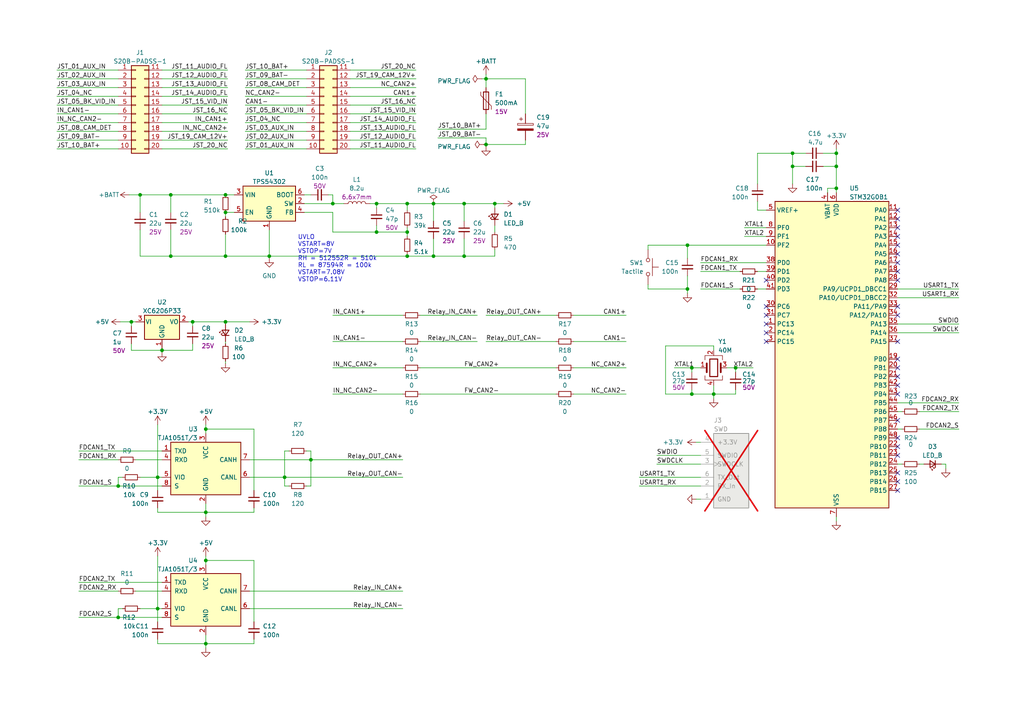
<source format=kicad_sch>
(kicad_sch (version 20230121) (generator eeschema)
  (paper "A4")
  (title_block (title "BMW F20 AHU CAN Relay") (date "2023-03-07") (rev "1.0") (company "Richard Carter"))
  (lib_symbols
    (symbol "0 Circuit_Protection:Poly Fuses/CMP-0076" (pin_numbers hide) (pin_names (offset 0))
      (property "Reference" "F" (at -2.54 0 90))
      (property "Value" "500mA" (at 2.54 0 90))
      (property "Max Voltage" "15V" (at 0 0 0))
      (symbol "Poly Fuses/CMP-0076_1_1"
        (pin passive line (at 0 3.81 270) (length 1.27) (name "~") (number "1"))
        (pin passive line (at 0 -3.81 90) (length 1.27) (name "~") (number "2"))
      )
    )
    (symbol "0 Connectors:Headers & Wire Housings/CMP-0012" (pin_names (offset 1.016) hide)
      (property "Reference" "J" (at 1.27 12.7 0))
      (property "Value" "S20B-PADSS-1" (at 1.27 -15.24 0))
      (symbol "Headers & Wire Housings/CMP-0012_1_1"
        (pin passive line (at -5.08 10.16 0) (length 3.81) (name "Pin_1") (number "1"))
        (pin passive line (at -5.08 -12.7 0) (length 3.81) (name "Pin_10") (number "10"))
        (pin passive line (at 7.62 10.16 180) (length 3.81) (name "Pin_11") (number "11"))
        (pin passive line (at 7.62 7.62 180) (length 3.81) (name "Pin_12") (number "12"))
        (pin passive line (at 7.62 5.08 180) (length 3.81) (name "Pin_13") (number "13"))
        (pin passive line (at 7.62 2.54 180) (length 3.81) (name "Pin_14") (number "14"))
        (pin passive line (at 7.62 0 180) (length 3.81) (name "Pin_15") (number "15"))
        (pin passive line (at 7.62 -2.54 180) (length 3.81) (name "Pin_16") (number "16"))
        (pin passive line (at 7.62 -5.08 180) (length 3.81) (name "Pin_17") (number "17"))
        (pin passive line (at 7.62 -7.62 180) (length 3.81) (name "Pin_18") (number "18"))
        (pin passive line (at 7.62 -10.16 180) (length 3.81) (name "Pin_19") (number "19"))
        (pin passive line (at -5.08 7.62 0) (length 3.81) (name "Pin_2") (number "2"))
        (pin passive line (at 7.62 -12.7 180) (length 3.81) (name "Pin_20") (number "20"))
        (pin passive line (at -5.08 5.08 0) (length 3.81) (name "Pin_3") (number "3"))
        (pin passive line (at -5.08 2.54 0) (length 3.81) (name "Pin_4") (number "4"))
        (pin passive line (at -5.08 0 0) (length 3.81) (name "Pin_5") (number "5"))
        (pin passive line (at -5.08 -2.54 0) (length 3.81) (name "Pin_6") (number "6"))
        (pin passive line (at -5.08 -5.08 0) (length 3.81) (name "Pin_7") (number "7"))
        (pin passive line (at -5.08 -7.62 0) (length 3.81) (name "Pin_8") (number "8"))
        (pin passive line (at -5.08 -10.16 0) (length 3.81) (name "Pin_9") (number "9"))
      )
    )
    (symbol "0 Connectors:Headers & Wire Housings/CMP-0053" (pin_names (offset 1.016))
      (property "Reference" "J" (at 0 8.89 0))
      (property "Value" "SWD w/ UART" (at 1.27 6.35 0))
      (symbol "Headers & Wire Housings/CMP-0053_1_1"
        (pin passive line (at -5.08 -13.97 0) (length 3.81) (name "GND") (number "1"))
        (pin output line (at -5.08 -10.16 0) (length 3.81) (name "RX_In") (number "2"))
        (pin output clock (at -5.08 -3.81 0) (length 3.81) (name "SWDCLK") (number "3"))
        (pin passive line (at -5.08 2.54 0) (length 3.81) (name "+3.3V") (number "4"))
        (pin bidirectional line (at -5.08 -1.27 0) (length 3.81) (name "SWDIO") (number "5"))
        (pin input line (at -5.08 -7.62 0) (length 3.81) (name "TX_Out") (number "6"))
      )
    )
    (symbol "0 Electromechanical:Tactile Switches/CMP-0073" (pin_numbers hide) (pin_names (offset 1.016) hide)
      (property "Reference" "SW" (at 1.27 2.54 0))
      (property "Value" "Tactile" (at 0 -1.524 0))
      (symbol "Tactile Switches/CMP-0073_0_1"
        (pin passive line (at -5.08 0 0) (length 2.54) (name "1") (number "1"))
        (pin passive line (at 5.08 0 180) (length 2.54) (name "2") (number "2"))
      )
    )
    (symbol "0 Interfaces:CAN Tranceivers/CMP-0069" (pin_names (offset 1.016))
      (property "Reference" "U" (at -10.16 8.89 0))
      (property "Value" "TJA1051T/3" (at 1.27 8.89 0))
      (symbol "CAN Tranceivers/CMP-0069_1_1"
        (pin input line (at -12.7 5.08 0) (length 2.54) (name "TXD") (number "1"))
        (pin power_in line (at 0 -10.16 90) (length 2.54) (name "GND") (number "2"))
        (pin power_in line (at 0 10.16 270) (length 2.54) (name "VCC") (number "3"))
        (pin output line (at -12.7 2.54 0) (length 2.54) (name "RXD") (number "4"))
        (pin power_in line (at -12.7 -2.54 0) (length 2.54) (name "VIO") (number "5"))
        (pin bidirectional line (at 12.7 -2.54 180) (length 2.54) (name "CANL") (number "6"))
        (pin bidirectional line (at 12.7 2.54 180) (length 2.54) (name "CANH") (number "7"))
        (pin input line (at -12.7 -5.08 0) (length 2.54) (name "S") (number "8"))
      )
    )
    (symbol "0 MCUs_Processors:Arm Cortex M0/CMP-0003"
      (property "Reference" "U" (at -15.24 46.99 0))
      (property "Value" "STM32G0B1" (at 5.08 46.99 0))
      (symbol "Arm Cortex M0/CMP-0003_1_1"
        (pin bidirectional line (at -17.78 10.16 0) (length 2.54) (name "PC13") (number "1"))
        (pin bidirectional line (at -17.78 33.02 0) (length 2.54) (name "PF2") (number "10"))
        (pin bidirectional line (at 20.32 43.18 180) (length 2.54) (name "PA0") (number "11"))
        (pin bidirectional line (at 20.32 40.64 180) (length 2.54) (name "PA1") (number "12"))
        (pin bidirectional line (at 20.32 38.1 180) (length 2.54) (name "PA2") (number "13"))
        (pin bidirectional line (at 20.32 35.56 180) (length 2.54) (name "PA3") (number "14"))
        (pin bidirectional line (at 20.32 33.02 180) (length 2.54) (name "PA4") (number "15"))
        (pin bidirectional line (at 20.32 30.48 180) (length 2.54) (name "PA5") (number "16"))
        (pin bidirectional line (at 20.32 27.94 180) (length 2.54) (name "PA6") (number "17"))
        (pin bidirectional line (at 20.32 25.4 180) (length 2.54) (name "PA7") (number "18"))
        (pin bidirectional line (at 20.32 0 180) (length 2.54) (name "PB0") (number "19"))
        (pin bidirectional line (at -17.78 7.62 0) (length 2.54) (name "PC14") (number "2"))
        (pin bidirectional line (at 20.32 -2.54 180) (length 2.54) (name "PB1") (number "20"))
        (pin bidirectional line (at 20.32 -5.08 180) (length 2.54) (name "PB2") (number "21"))
        (pin bidirectional line (at 20.32 -25.4 180) (length 2.54) (name "PB10") (number "22"))
        (pin bidirectional line (at 20.32 -27.94 180) (length 2.54) (name "PB11") (number "23"))
        (pin bidirectional line (at 20.32 -30.48 180) (length 2.54) (name "PB12") (number "24"))
        (pin bidirectional line (at 20.32 -33.02 180) (length 2.54) (name "PB13") (number "25"))
        (pin bidirectional line (at 20.32 -35.56 180) (length 2.54) (name "PB14") (number "26"))
        (pin bidirectional line (at 20.32 -38.1 180) (length 2.54) (name "PB15") (number "27"))
        (pin bidirectional line (at 20.32 22.86 180) (length 2.54) (name "PA8") (number "28"))
        (pin bidirectional line (at 20.32 20.32 180) (length 2.54) (name "PA9/UCPD1_DBCC1") (number "29"))
        (pin bidirectional line (at -17.78 5.08 0) (length 2.54) (name "PC15") (number "3"))
        (pin bidirectional line (at -17.78 15.24 0) (length 2.54) (name "PC6") (number "30"))
        (pin bidirectional line (at -17.78 12.7 0) (length 2.54) (name "PC7") (number "31"))
        (pin bidirectional line (at 20.32 17.78 180) (length 2.54) (name "PA10/UCPD1_DBCC2") (number "32"))
        (pin bidirectional line (at 20.32 15.24 180) (length 2.54) (name "PA11/PA9") (number "33"))
        (pin bidirectional line (at 20.32 12.7 180) (length 2.54) (name "PA12/PA10") (number "34"))
        (pin bidirectional line (at 20.32 10.16 180) (length 2.54) (name "PA13") (number "35"))
        (pin bidirectional line (at 20.32 7.62 180) (length 2.54) (name "PA14") (number "36"))
        (pin bidirectional line (at 20.32 5.08 180) (length 2.54) (name "PA15") (number "37"))
        (pin bidirectional line (at -17.78 27.94 0) (length 2.54) (name "PD0") (number "38"))
        (pin bidirectional line (at -17.78 25.4 0) (length 2.54) (name "PD1") (number "39"))
        (pin power_in line (at 0 48.26 270) (length 2.54) (name "VBAT") (number "4"))
        (pin bidirectional line (at -17.78 22.86 0) (length 2.54) (name "PD2") (number "40"))
        (pin bidirectional line (at -17.78 20.32 0) (length 2.54) (name "PD3") (number "41"))
        (pin bidirectional line (at 20.32 -7.62 180) (length 2.54) (name "PB3") (number "42"))
        (pin bidirectional line (at 20.32 -10.16 180) (length 2.54) (name "PB4") (number "43"))
        (pin bidirectional line (at 20.32 -12.7 180) (length 2.54) (name "PB5") (number "44"))
        (pin bidirectional line (at 20.32 -15.24 180) (length 2.54) (name "PB6") (number "45"))
        (pin bidirectional line (at 20.32 -17.78 180) (length 2.54) (name "PB7") (number "46"))
        (pin bidirectional line (at 20.32 -20.32 180) (length 2.54) (name "PB8") (number "47"))
        (pin bidirectional line (at 20.32 -22.86 180) (length 2.54) (name "PB9") (number "48"))
        (pin input line (at -17.78 43.18 0) (length 2.54) (name "VREF+") (number "5"))
        (pin power_in line (at 2.54 48.26 270) (length 2.54) (name "VDD") (number "6"))
        (pin power_in line (at 2.54 -45.72 90) (length 2.54) (name "VSS") (number "7"))
        (pin bidirectional line (at -17.78 38.1 0) (length 2.54) (name "PF0") (number "8"))
        (pin bidirectional line (at -17.78 35.56 0) (length 2.54) (name "PF1") (number "9"))
      )
    )
    (symbol "0 Opto_Electronics:LEDs/CMP-0023" (pin_numbers hide) (pin_names (offset 0.254) hide)
      (property "Reference" "D" (at -1.27 3.175 0))
      (property "Value" "LED_B" (at -4.445 -2.54 0))
      (symbol "LEDs/CMP-0023_1_1"
        (pin passive line (at -2.54 0 0) (length 1.778) (name "K") (number "1"))
        (pin passive line (at 2.54 0 180) (length 1.778) (name "A") (number "2"))
      )
    )
    (symbol "0 Passive_Components:Capacitors/CMP-0020" (pin_numbers hide) (pin_names (offset 0.254) hide)
      (property "Reference" "C" (at 0.254 1.778 0))
      (property "Value" "${Capacitance}" (at 0.254 -2.032 0))
      (property "Voltage Rating" "50V" (at 0 0 0))
      (symbol "Capacitors/CMP-0020_1_1"
        (pin passive line (at 0 2.54 270) (length 2.032) (name "~") (number "1"))
        (pin passive line (at 0 -2.54 90) (length 2.032) (name "~") (number "2"))
      )
    )
    (symbol "0 Passive_Components:Capacitors/CMP-0021" (pin_numbers hide) (pin_names (offset 0.254) hide)
      (property "Reference" "C" (at 0.254 1.778 0))
      (property "Value" "${Capacitance}" (at 0.254 -2.032 0))
      (property "Voltage Rating" "50V" (at 0 0 0))
      (symbol "Capacitors/CMP-0021_1_1"
        (pin passive line (at 0 2.54 270) (length 2.032) (name "~") (number "1"))
        (pin passive line (at 0 -2.54 90) (length 2.032) (name "~") (number "2"))
      )
    )
    (symbol "0 Passive_Components:Capacitors/CMP-0031" (pin_numbers hide) (pin_names (offset 0.254) hide)
      (property "Reference" "C" (at 0.254 1.778 0))
      (property "Value" "${Capacitance}" (at 0.254 -2.032 0))
      (property "Voltage Rating" "25V" (at 0 0 0))
      (symbol "Capacitors/CMP-0031_1_1"
        (pin passive line (at 0 2.54 270) (length 2.032) (name "~") (number "1"))
        (pin passive line (at 0 -2.54 90) (length 2.032) (name "~") (number "2"))
      )
    )
    (symbol "0 Passive_Components:Capacitors/CMP-0049" (pin_numbers hide) (pin_names (offset 0.254) hide)
      (property "Reference" "C" (at 0.254 1.778 0))
      (property "Value" "${Capacitance}" (at 0.254 -2.032 0))
      (property "Voltage Rating" "50V" (at 0 0 0))
      (symbol "Capacitors/CMP-0049_1_1"
        (pin passive line (at 0 2.54 270) (length 2.032) (name "~") (number "1"))
        (pin passive line (at 0 -2.54 90) (length 2.032) (name "~") (number "2"))
      )
    )
    (symbol "0 Passive_Components:Capacitors/CMP-0051" (pin_numbers hide) (pin_names (offset 0.254) hide)
      (property "Reference" "C" (at 0.254 1.778 0))
      (property "Value" "${Capacitance}" (at 0.254 -2.032 0))
      (property "Voltage Rating" "16V" (at 0 0 0))
      (symbol "Capacitors/CMP-0051_1_1"
        (pin passive line (at 0 2.54 270) (length 2.032) (name "~") (number "1"))
        (pin passive line (at 0 -2.54 90) (length 2.032) (name "~") (number "2"))
      )
    )
    (symbol "0 Passive_Components:Capacitors/CMP-0057" (pin_numbers hide) (pin_names (offset 0.254) hide)
      (property "Reference" "C" (at 0.254 1.778 0))
      (property "Value" "${Capacitance}" (at 0.254 -2.032 0))
      (property "Voltage Rating" "50V" (at 0 0 0))
      (symbol "Capacitors/CMP-0057_1_1"
        (pin passive line (at 0 2.54 270) (length 2.032) (name "~") (number "1"))
        (pin passive line (at 0 -2.54 90) (length 2.032) (name "~") (number "2"))
      )
    )
    (symbol "0 Passive_Components:Capacitors/CMP-0070" (pin_numbers hide) (pin_names (offset 0.254))
      (property "Reference" "C" (at 0.635 2.54 0))
      (property "Value" "${Capacitance}" (at 0.635 -2.54 0))
      (property "Voltage Rating" "25V" (at 0 0 0))
      (symbol "Capacitors/CMP-0070_1_1"
        (pin passive line (at 0 3.81 270) (length 2.794) (name "~") (number "1"))
        (pin passive line (at 0 -3.81 90) (length 2.794) (name "~") (number "2"))
      )
    )
    (symbol "0 Passive_Components:Capacitors/CMP-0072" (pin_numbers hide) (pin_names (offset 0.254) hide)
      (property "Reference" "C" (at 0.254 1.778 0))
      (property "Value" "${Capacitance}" (at 0.254 -2.032 0))
      (property "Voltage Rating" "50V" (at 0 0 0))
      (symbol "Capacitors/CMP-0072_1_1"
        (pin passive line (at 0 2.54 270) (length 2.032) (name "~") (number "1"))
        (pin passive line (at 0 -2.54 90) (length 2.032) (name "~") (number "2"))
      )
    )
    (symbol "0 Passive_Components:Crystals/CMP-0071" (pin_names (offset 1.016) hide)
      (property "Reference" "Y" (at 3.175 5.08 0))
      (property "Value" "${Frequency}" (at 3.175 3.175 0))
      (symbol "Crystals/CMP-0071_1_1"
        (pin passive line (at -3.81 0 0) (length 1.27) (name "1") (number "1"))
        (pin passive line (at 0 5.08 270) (length 1.27) (name "2") (number "2"))
        (pin passive line (at 3.81 0 180) (length 1.27) (name "3") (number "3"))
        (pin passive line (at 0 -5.08 90) (length 1.27) (name "4") (number "4"))
      )
    )
    (symbol "0 Passive_Components:Inductors/CMP-0058" (pin_numbers hide) (pin_names (offset 1.016) hide)
      (property "Reference" "L" (at -1.27 0 90))
      (property "Value" "${Inductance}" (at 1.905 0 90))
      (property "Case Package Size" "6.6x7mm" (at 0 0 0))
      (symbol "Inductors/CMP-0058_1_1"
        (pin passive line (at 0 3.81 270) (length 1.27) (name "1") (number "1"))
        (pin passive line (at 0 -3.81 90) (length 1.27) (name "2") (number "2"))
      )
    )
    (symbol "0 Passive_Components:Resistors/CMP-0006" (pin_numbers hide) (pin_names (offset 0.254) hide)
      (property "Reference" "R" (at 0.762 0.508 0))
      (property "Value" "${Resistance}" (at 0.762 -1.016 0))
      (symbol "Resistors/CMP-0006_1_1"
        (pin passive line (at 0 2.54 270) (length 0.762) (name "~") (number "1"))
        (pin passive line (at 0 -2.54 90) (length 0.762) (name "~") (number "2"))
      )
    )
    (symbol "0 Passive_Components:Resistors/CMP-0007" (pin_numbers hide) (pin_names (offset 0.254) hide)
      (property "Reference" "R" (at 0.762 0.508 0))
      (property "Value" "${Resistance}" (at 0.762 -1.016 0))
      (symbol "Resistors/CMP-0007_1_1"
        (pin passive line (at 0 2.54 270) (length 0.762) (name "~") (number "1"))
        (pin passive line (at 0 -2.54 90) (length 0.762) (name "~") (number "2"))
      )
    )
    (symbol "0 Passive_Components:Resistors/CMP-0010" (pin_numbers hide) (pin_names (offset 0.254) hide)
      (property "Reference" "R" (at 0.762 0.508 0))
      (property "Value" "${Resistance}" (at 0.762 -1.016 0))
      (symbol "Resistors/CMP-0010_1_1"
        (pin passive line (at 0 2.54 270) (length 0.762) (name "~") (number "1"))
        (pin passive line (at 0 -2.54 90) (length 0.762) (name "~") (number "2"))
      )
    )
    (symbol "0 Passive_Components:Resistors/CMP-0024" (pin_numbers hide) (pin_names (offset 0.254) hide)
      (property "Reference" "R" (at 0.762 0.508 0))
      (property "Value" "${Resistance}" (at 0.762 -1.016 0))
      (symbol "Resistors/CMP-0024_1_1"
        (pin passive line (at 0 2.54 270) (length 0.762) (name "~") (number "1"))
        (pin passive line (at 0 -2.54 90) (length 0.762) (name "~") (number "2"))
      )
    )
    (symbol "0 Passive_Components:Resistors/CMP-0037" (pin_numbers hide) (pin_names (offset 0.254) hide)
      (property "Reference" "R" (at 0.762 0.508 0))
      (property "Value" "${Resistance}" (at 0.762 -1.016 0))
      (symbol "Resistors/CMP-0037_1_1"
        (pin passive line (at 0 2.54 270) (length 0.762) (name "~") (number "1"))
        (pin passive line (at 0 -2.54 90) (length 0.762) (name "~") (number "2"))
      )
    )
    (symbol "0 Passive_Components:Resistors/CMP-0055" (pin_numbers hide) (pin_names (offset 0.254) hide)
      (property "Reference" "R" (at 0.762 0.508 0))
      (property "Value" "${Resistance}" (at 0.762 -1.016 0))
      (symbol "Resistors/CMP-0055_1_1"
        (pin passive line (at 0 2.54 270) (length 0.762) (name "~") (number "1"))
        (pin passive line (at 0 -2.54 90) (length 0.762) (name "~") (number "2"))
      )
    )
    (symbol "0 Passive_Components:Resistors/CMP-0056" (pin_numbers hide) (pin_names (offset 0.254) hide)
      (property "Reference" "R" (at 0.762 0.508 0))
      (property "Value" "${Resistance}" (at 0.762 -1.016 0))
      (symbol "Resistors/CMP-0056_1_1"
        (pin passive line (at 0 2.54 270) (length 0.762) (name "~") (number "1"))
        (pin passive line (at 0 -2.54 90) (length 0.762) (name "~") (number "2"))
      )
    )
    (symbol "0 Passive_Components:Resistors/CMP-0060" (pin_numbers hide) (pin_names (offset 0.254) hide)
      (property "Reference" "R" (at 0.762 0.508 0))
      (property "Value" "${Resistance}" (at 0.762 -1.016 0))
      (symbol "Resistors/CMP-0060_1_1"
        (pin passive line (at 0 2.54 270) (length 0.762) (name "~") (number "1"))
        (pin passive line (at 0 -2.54 90) (length 0.762) (name "~") (number "2"))
      )
    )
    (symbol "0 Passive_Components:Resistors/CMP-0061" (pin_numbers hide) (pin_names (offset 0.254) hide)
      (property "Reference" "R" (at 0.762 0.508 0))
      (property "Value" "${Resistance}" (at 0.762 -1.016 0))
      (symbol "Resistors/CMP-0061_1_1"
        (pin passive line (at 0 2.54 270) (length 0.762) (name "~") (number "1"))
        (pin passive line (at 0 -2.54 90) (length 0.762) (name "~") (number "2"))
      )
    )
    (symbol "0 Power_Management:Buck Regulators/CMP-0054"
      (property "Reference" "U" (at -7.62 6.35 0))
      (property "Value" "TPS54302" (at 0 6.35 0))
      (symbol "Buck Regulators/CMP-0054_1_1"
        (pin power_in line (at 0 -7.62 90) (length 2.54) (name "GND") (number "1"))
        (pin power_out line (at 10.16 0 180) (length 2.54) (name "SW") (number "2"))
        (pin power_in line (at -10.16 2.54 0) (length 2.54) (name "VIN") (number "3"))
        (pin input line (at 10.16 -2.54 180) (length 2.54) (name "FB") (number "4"))
        (pin input line (at -10.16 -2.54 0) (length 2.54) (name "EN") (number "5"))
        (pin passive line (at 10.16 2.54 180) (length 2.54) (name "BOOT") (number "6"))
      )
    )
    (symbol "0 Power_Management:LDO Regulators/CMP-0019" (pin_names (offset 0.254))
      (property "Reference" "U" (at -3.81 3.175 0))
      (property "Value" "XC6206P33" (at 0 3.175 0))
      (symbol "LDO Regulators/CMP-0019_1_1"
        (pin power_in line (at 0 -7.62 90) (length 2.54) (name "GND") (number "1"))
        (pin power_out line (at 7.62 0 180) (length 2.54) (name "VO") (number "2"))
        (pin power_in line (at -7.62 0 0) (length 2.54) (name "VI") (number "3"))
      )
    )
    (symbol "power:+3.3V" (power) (pin_names (offset 0))
      (property "Value" "+3.3V" (at 0 3.556 0))
      (symbol "+3.3V_1_1"
        (pin power_in line (at 0 0 90) (length 0) hide (name "+3.3V") (number "1"))
      )
    )
    (symbol "power:+5V" (power) (pin_names (offset 0))
      (property "Value" "+5V" (at 0 3.556 0))
      (symbol "+5V_1_1"
        (pin power_in line (at 0 0 90) (length 0) hide (name "+5V") (number "1"))
      )
    )
    (symbol "power:+BATT" (power) (pin_names (offset 0))
      (property "Value" "+BATT" (at 0 3.556 0))
      (symbol "+BATT_1_1"
        (pin power_in line (at 0 0 90) (length 0) hide (name "+BATT") (number "1"))
      )
    )
    (symbol "power:GND" (power) (pin_names (offset 0))
      (property "Value" "GND" (at 0 -3.81 0))
      (symbol "GND_1_1"
        (pin power_in line (at 0 0 270) (length 0) hide (name "GND") (number "1"))
      )
    )
    (symbol "power:PWR_FLAG" (power) (pin_numbers hide) (pin_names (offset 0) hide)
      (property "Value" "PWR_FLAG" (at 0 3.81 0))
      (symbol "PWR_FLAG_0_0"
        (pin power_out line (at 0 0 90) (length 0) (name "pwr") (number "1"))
      )
    )
  )
  (junction (at 38.1 93.345))
  (junction (at 207.01 114.3))
  (junction (at 65.405 93.345))
  (junction (at 49.53 74.295))
  (junction (at 242.57 48.26))
  (junction (at 59.69 148.59))
  (junction (at 143.51 59.055))
  (junction (at 200.66 114.3))
  (junction (at 199.39 71.12))
  (junction (at 242.57 54.61))
  (junction (at 213.36 106.68))
  (junction (at 125.73 74.295))
  (junction (at 34.29 140.97))
  (junction (at 242.57 44.45))
  (junction (at 59.69 162.56))
  (junction (at 45.72 138.43))
  (junction (at 59.69 186.69))
  (junction (at 49.53 56.515))
  (junction (at 40.64 56.515))
  (junction (at 140.97 22.86))
  (junction (at 134.62 74.295))
  (junction (at 90.17 133.35))
  (junction (at 55.88 93.345))
  (junction (at 118.11 59.055))
  (junction (at 118.11 67.31))
  (junction (at 200.66 106.68))
  (junction (at 109.22 67.31))
  (junction (at 229.87 44.45))
  (junction (at 59.69 124.46))
  (junction (at 125.73 59.055))
  (junction (at 65.405 74.295))
  (junction (at 34.29 179.07))
  (junction (at 45.72 176.53))
  (junction (at 82.55 138.43))
  (junction (at 118.11 74.295))
  (junction (at 78.105 74.295))
  (junction (at 65.405 56.515))
  (junction (at 96.52 59.055))
  (junction (at 65.405 61.595))
  (junction (at 199.39 83.82))
  (junction (at 134.62 59.055))
  (junction (at 109.22 59.055))
  (junction (at 229.87 48.26))
  (junction (at 46.99 101.6))
  (junction (at 140.97 41.91))
  (no_connect (at 260.35 78.74))
  (no_connect (at 260.35 129.54))
  (no_connect (at 260.35 66.04))
  (no_connect (at 260.35 114.3))
  (no_connect (at 260.35 137.16))
  (no_connect (at 222.25 96.52))
  (no_connect (at 260.35 88.9))
  (no_connect (at 222.25 93.98))
  (no_connect (at 260.35 139.7))
  (no_connect (at 260.35 71.12))
  (no_connect (at 260.35 111.76))
  (no_connect (at 260.35 60.96))
  (no_connect (at 222.25 81.28))
  (no_connect (at 260.35 63.5))
  (no_connect (at 260.35 73.66))
  (no_connect (at 222.25 99.06))
  (no_connect (at 260.35 109.22))
  (no_connect (at 260.35 127))
  (no_connect (at 260.35 142.24))
  (no_connect (at 260.35 121.92))
  (no_connect (at 260.35 99.06))
  (no_connect (at 260.35 76.2))
  (no_connect (at 260.35 68.58))
  (no_connect (at 260.35 104.14))
  (no_connect (at 222.25 88.9))
  (no_connect (at 260.35 81.28))
  (no_connect (at 222.25 91.44))
  (no_connect (at 260.35 106.68))
  (no_connect (at 260.35 91.44))
  (no_connect (at 260.35 132.08))
  (wire (pts (xy 88.9 140.97) (xy 90.17 140.97)))
  (wire (pts (xy 240.03 54.61) (xy 242.57 54.61)))
  (wire (pts (xy 210.82 106.68) (xy 213.36 106.68)))
  (wire (pts (xy 45.72 185.42) (xy 45.72 186.69)))
  (wire (pts (xy 45.72 142.24) (xy 45.72 138.43)))
  (wire (pts (xy 242.57 54.61) (xy 242.57 55.88)))
  (wire (pts (xy 71.12 40.64) (xy 88.9 40.64)))
  (wire (pts (xy 72.39 133.35) (xy 90.17 133.35)))
  (wire (pts (xy 59.69 184.15) (xy 59.69 186.69)))
  (wire (pts (xy 90.17 133.35) (xy 116.84 133.35)))
  (wire (pts (xy 45.72 176.53) (xy 46.99 176.53)))
  (wire (pts (xy 39.37 133.35) (xy 46.99 133.35)))
  (wire (pts (xy 38.1 93.345) (xy 39.37 93.345)))
  (wire (pts (xy 101.6 30.48) (xy 120.65 30.48)))
  (wire (pts (xy 203.2 76.2) (xy 222.25 76.2)))
  (wire (pts (xy 274.32 135.89) (xy 274.32 134.62)))
  (wire (pts (xy 125.73 74.295) (xy 134.62 74.295)))
  (wire (pts (xy 46.99 101.6) (xy 55.88 101.6)))
  (wire (pts (xy 229.87 48.26) (xy 229.87 53.34)))
  (wire (pts (xy 101.6 35.56) (xy 120.65 35.56)))
  (wire (pts (xy 88.265 56.515) (xy 90.17 56.515)))
  (wire (pts (xy 45.72 161.29) (xy 45.72 176.53)))
  (wire (pts (xy 73.66 147.32) (xy 73.66 148.59)))
  (wire (pts (xy 78.105 66.675) (xy 78.105 74.295)))
  (wire (pts (xy 125.73 59.055) (xy 125.73 64.135)))
  (wire (pts (xy 199.39 80.01) (xy 199.39 83.82)))
  (wire (pts (xy 203.2 134.62) (xy 190.5 134.62)))
  (wire (pts (xy 207.01 100.33) (xy 193.04 100.33)))
  (wire (pts (xy 213.36 107.95) (xy 213.36 106.68)))
  (wire (pts (xy 200.66 114.3) (xy 207.01 114.3)))
  (wire (pts (xy 45.72 186.69) (xy 59.69 186.69)))
  (wire (pts (xy 101.6 43.18) (xy 120.65 43.18)))
  (wire (pts (xy 107.315 59.055) (xy 109.22 59.055)))
  (wire (pts (xy 166.37 91.44) (xy 181.61 91.44)))
  (wire (pts (xy 213.36 106.68) (xy 218.44 106.68)))
  (wire (pts (xy 240.03 55.88) (xy 240.03 54.61)))
  (wire (pts (xy 22.86 168.91) (xy 46.99 168.91)))
  (wire (pts (xy 140.97 99.06) (xy 161.29 99.06)))
  (wire (pts (xy 134.62 69.215) (xy 134.62 74.295)))
  (wire (pts (xy 229.87 44.45) (xy 233.68 44.45)))
  (wire (pts (xy 46.99 33.02) (xy 66.04 33.02)))
  (wire (pts (xy 261.62 119.38) (xy 260.35 119.38)))
  (wire (pts (xy 59.69 148.59) (xy 73.66 148.59)))
  (wire (pts (xy 16.51 30.48) (xy 34.29 30.48)))
  (wire (pts (xy 39.37 171.45) (xy 46.99 171.45)))
  (wire (pts (xy 219.71 44.45) (xy 219.71 53.34)))
  (wire (pts (xy 266.7 124.46) (xy 278.13 124.46)))
  (wire (pts (xy 45.72 147.32) (xy 45.72 148.59)))
  (wire (pts (xy 16.51 33.02) (xy 34.29 33.02)))
  (wire (pts (xy 59.69 146.05) (xy 59.69 148.59)))
  (wire (pts (xy 203.2 78.74) (xy 214.63 78.74)))
  (wire (pts (xy 101.6 20.32) (xy 120.65 20.32)))
  (wire (pts (xy 152.4 40.64) (xy 152.4 41.91)))
  (wire (pts (xy 199.39 71.12) (xy 199.39 74.93)))
  (wire (pts (xy 72.39 176.53) (xy 116.84 176.53)))
  (wire (pts (xy 238.76 48.26) (xy 242.57 48.26)))
  (wire (pts (xy 140.97 40.005) (xy 127 40.005)))
  (wire (pts (xy 72.39 171.45) (xy 116.84 171.45)))
  (wire (pts (xy 143.51 74.295) (xy 143.51 72.39)))
  (wire (pts (xy 203.2 140.97) (xy 185.42 140.97)))
  (wire (pts (xy 238.76 44.45) (xy 242.57 44.45)))
  (wire (pts (xy 215.9 68.58) (xy 222.25 68.58)))
  (wire (pts (xy 101.6 22.86) (xy 120.65 22.86)))
  (wire (pts (xy 207.01 114.3) (xy 207.01 115.57)))
  (wire (pts (xy 73.66 185.42) (xy 73.66 186.69)))
  (wire (pts (xy 242.57 43.18) (xy 242.57 44.45)))
  (wire (pts (xy 242.57 44.45) (xy 242.57 48.26)))
  (wire (pts (xy 16.51 27.94) (xy 34.29 27.94)))
  (wire (pts (xy 88.265 59.055) (xy 96.52 59.055)))
  (wire (pts (xy 140.97 21.59) (xy 140.97 22.86)))
  (wire (pts (xy 118.11 67.31) (xy 109.22 67.31)))
  (wire (pts (xy 140.97 41.91) (xy 140.97 42.545)))
  (wire (pts (xy 118.11 59.055) (xy 125.73 59.055)))
  (wire (pts (xy 140.335 41.91) (xy 140.97 41.91)))
  (wire (pts (xy 65.405 61.595) (xy 65.405 62.865)))
  (wire (pts (xy 260.35 86.36) (xy 278.13 86.36)))
  (wire (pts (xy 101.6 33.02) (xy 120.65 33.02)))
  (wire (pts (xy 38.1 99.695) (xy 38.1 101.6)))
  (wire (pts (xy 193.04 114.3) (xy 200.66 114.3)))
  (wire (pts (xy 82.55 138.43) (xy 116.84 138.43)))
  (wire (pts (xy 219.71 78.74) (xy 222.25 78.74)))
  (wire (pts (xy 203.2 128.27) (xy 201.93 128.27)))
  (wire (pts (xy 222.25 71.12) (xy 199.39 71.12)))
  (wire (pts (xy 140.97 91.44) (xy 161.29 91.44)))
  (wire (pts (xy 140.97 22.86) (xy 140.97 25.4)))
  (wire (pts (xy 65.405 67.945) (xy 65.405 74.295)))
  (wire (pts (xy 222.25 60.96) (xy 219.71 60.96)))
  (wire (pts (xy 118.11 59.055) (xy 118.11 60.96)))
  (wire (pts (xy 71.12 38.1) (xy 88.9 38.1)))
  (wire (pts (xy 101.6 38.1) (xy 120.65 38.1)))
  (wire (pts (xy 242.57 48.26) (xy 242.57 54.61)))
  (wire (pts (xy 127 37.465) (xy 140.97 37.465)))
  (wire (pts (xy 207.01 100.33) (xy 207.01 101.6)))
  (wire (pts (xy 34.29 176.53) (xy 35.56 176.53)))
  (wire (pts (xy 49.53 74.295) (xy 65.405 74.295)))
  (wire (pts (xy 121.92 106.68) (xy 161.29 106.68)))
  (wire (pts (xy 207.01 111.76) (xy 207.01 114.3)))
  (wire (pts (xy 118.11 73.66) (xy 118.11 74.295)))
  (wire (pts (xy 78.105 74.295) (xy 78.105 74.93)))
  (wire (pts (xy 82.55 138.43) (xy 82.55 130.81)))
  (wire (pts (xy 16.51 20.32) (xy 34.29 20.32)))
  (wire (pts (xy 96.52 61.595) (xy 96.52 67.31)))
  (wire (pts (xy 96.52 91.44) (xy 116.84 91.44)))
  (wire (pts (xy 46.99 35.56) (xy 66.04 35.56)))
  (wire (pts (xy 71.12 43.18) (xy 88.9 43.18)))
  (wire (pts (xy 203.2 138.43) (xy 185.42 138.43)))
  (wire (pts (xy 219.71 83.82) (xy 222.25 83.82)))
  (wire (pts (xy 45.72 123.19) (xy 45.72 138.43)))
  (wire (pts (xy 40.64 56.515) (xy 40.64 61.595)))
  (wire (pts (xy 40.64 66.675) (xy 40.64 74.295)))
  (wire (pts (xy 34.29 176.53) (xy 34.29 179.07)))
  (wire (pts (xy 34.29 140.97) (xy 46.99 140.97)))
  (wire (pts (xy 22.86 133.35) (xy 34.29 133.35)))
  (wire (pts (xy 88.265 61.595) (xy 96.52 61.595)))
  (wire (pts (xy 46.99 40.64) (xy 66.04 40.64)))
  (wire (pts (xy 38.1 101.6) (xy 46.99 101.6)))
  (wire (pts (xy 219.71 44.45) (xy 229.87 44.45)))
  (wire (pts (xy 46.99 22.86) (xy 66.04 22.86)))
  (wire (pts (xy 16.51 40.64) (xy 34.29 40.64)))
  (wire (pts (xy 219.71 58.42) (xy 219.71 60.96)))
  (wire (pts (xy 34.925 93.345) (xy 38.1 93.345)))
  (wire (pts (xy 96.52 56.515) (xy 96.52 59.055)))
  (wire (pts (xy 71.12 22.86) (xy 88.9 22.86)))
  (wire (pts (xy 96.52 59.055) (xy 99.695 59.055)))
  (wire (pts (xy 187.96 82.55) (xy 187.96 83.82)))
  (wire (pts (xy 59.69 162.56) (xy 73.66 162.56)))
  (wire (pts (xy 34.29 179.07) (xy 46.99 179.07)))
  (wire (pts (xy 22.86 140.97) (xy 34.29 140.97)))
  (wire (pts (xy 46.99 27.94) (xy 66.04 27.94)))
  (wire (pts (xy 274.32 134.62) (xy 273.05 134.62)))
  (wire (pts (xy 59.69 161.29) (xy 59.69 162.56)))
  (wire (pts (xy 22.86 130.81) (xy 46.99 130.81)))
  (wire (pts (xy 82.55 140.97) (xy 83.82 140.97)))
  (wire (pts (xy 59.69 123.19) (xy 59.69 124.46)))
  (wire (pts (xy 143.51 59.055) (xy 146.05 59.055)))
  (wire (pts (xy 40.64 56.515) (xy 49.53 56.515)))
  (wire (pts (xy 46.99 43.18) (xy 66.04 43.18)))
  (wire (pts (xy 266.7 134.62) (xy 267.97 134.62)))
  (wire (pts (xy 203.2 132.08) (xy 190.5 132.08)))
  (wire (pts (xy 121.92 99.06) (xy 138.43 99.06)))
  (wire (pts (xy 96.52 99.06) (xy 116.84 99.06)))
  (wire (pts (xy 152.4 22.86) (xy 140.97 22.86)))
  (wire (pts (xy 72.39 138.43) (xy 82.55 138.43)))
  (wire (pts (xy 125.73 59.055) (xy 134.62 59.055)))
  (wire (pts (xy 65.405 56.515) (xy 67.945 56.515)))
  (wire (pts (xy 55.88 93.345) (xy 55.88 94.615)))
  (wire (pts (xy 78.105 74.295) (xy 118.11 74.295)))
  (wire (pts (xy 134.62 59.055) (xy 134.62 64.135)))
  (wire (pts (xy 95.25 56.515) (xy 96.52 56.515)))
  (wire (pts (xy 96.52 67.31) (xy 109.22 67.31)))
  (wire (pts (xy 65.405 99.06) (xy 65.405 99.695)))
  (wire (pts (xy 195.58 106.68) (xy 200.66 106.68)))
  (wire (pts (xy 16.51 35.56) (xy 34.29 35.56)))
  (wire (pts (xy 46.99 101.6) (xy 46.99 102.235)))
  (wire (pts (xy 260.35 116.84) (xy 278.13 116.84)))
  (wire (pts (xy 260.35 83.82) (xy 278.13 83.82)))
  (wire (pts (xy 260.35 96.52) (xy 278.13 96.52)))
  (wire (pts (xy 55.88 99.695) (xy 55.88 101.6)))
  (wire (pts (xy 143.51 65.405) (xy 143.51 67.31)))
  (wire (pts (xy 82.55 138.43) (xy 82.55 140.97)))
  (wire (pts (xy 71.12 27.94) (xy 88.9 27.94)))
  (wire (pts (xy 242.57 149.86) (xy 242.57 151.13)))
  (wire (pts (xy 16.51 43.18) (xy 34.29 43.18)))
  (wire (pts (xy 90.17 130.81) (xy 88.9 130.81)))
  (wire (pts (xy 118.11 66.04) (xy 118.11 67.31)))
  (wire (pts (xy 193.04 100.33) (xy 193.04 114.3)))
  (wire (pts (xy 101.6 25.4) (xy 120.65 25.4)))
  (wire (pts (xy 45.72 180.34) (xy 45.72 176.53)))
  (wire (pts (xy 46.99 38.1) (xy 66.04 38.1)))
  (wire (pts (xy 49.53 56.515) (xy 49.53 61.595)))
  (wire (pts (xy 109.22 60.325) (xy 109.22 59.055)))
  (wire (pts (xy 152.4 41.91) (xy 140.97 41.91)))
  (wire (pts (xy 71.12 30.48) (xy 88.9 30.48)))
  (wire (pts (xy 35.56 138.43) (xy 34.29 138.43)))
  (wire (pts (xy 59.69 124.46) (xy 59.69 125.73)))
  (wire (pts (xy 140.97 40.005) (xy 140.97 41.91)))
  (wire (pts (xy 59.69 186.69) (xy 59.69 187.96)))
  (wire (pts (xy 49.53 66.675) (xy 49.53 74.295)))
  (wire (pts (xy 71.12 33.02) (xy 88.9 33.02)))
  (wire (pts (xy 200.66 106.68) (xy 200.66 107.95)))
  (wire (pts (xy 38.1 93.345) (xy 38.1 94.615)))
  (wire (pts (xy 187.96 83.82) (xy 199.39 83.82)))
  (wire (pts (xy 65.405 93.345) (xy 65.405 93.98)))
  (wire (pts (xy 118.11 74.295) (xy 125.73 74.295)))
  (wire (pts (xy 65.405 74.295) (xy 78.105 74.295)))
  (wire (pts (xy 34.29 138.43) (xy 34.29 140.97)))
  (wire (pts (xy 59.69 186.69) (xy 73.66 186.69)))
  (wire (pts (xy 71.12 25.4) (xy 88.9 25.4)))
  (wire (pts (xy 71.12 35.56) (xy 88.9 35.56)))
  (wire (pts (xy 40.64 74.295) (xy 49.53 74.295)))
  (wire (pts (xy 278.13 119.38) (xy 266.7 119.38)))
  (wire (pts (xy 90.17 140.97) (xy 90.17 133.35)))
  (wire (pts (xy 73.66 124.46) (xy 73.66 142.24)))
  (wire (pts (xy 45.72 138.43) (xy 46.99 138.43)))
  (wire (pts (xy 22.86 171.45) (xy 34.29 171.45)))
  (wire (pts (xy 200.66 113.03) (xy 200.66 114.3)))
  (wire (pts (xy 45.72 148.59) (xy 59.69 148.59)))
  (wire (pts (xy 90.17 133.35) (xy 90.17 130.81)))
  (wire (pts (xy 118.11 67.31) (xy 118.11 68.58)))
  (wire (pts (xy 166.37 114.3) (xy 181.61 114.3)))
  (wire (pts (xy 82.55 130.81) (xy 83.82 130.81)))
  (wire (pts (xy 55.88 93.345) (xy 65.405 93.345)))
  (wire (pts (xy 215.9 66.04) (xy 222.25 66.04)))
  (wire (pts (xy 143.51 59.055) (xy 143.51 60.325)))
  (wire (pts (xy 109.22 65.405) (xy 109.22 67.31)))
  (wire (pts (xy 166.37 106.68) (xy 181.61 106.68)))
  (wire (pts (xy 207.01 114.3) (xy 213.36 114.3)))
  (wire (pts (xy 101.6 27.94) (xy 120.65 27.94)))
  (wire (pts (xy 213.36 114.3) (xy 213.36 113.03)))
  (wire (pts (xy 121.92 114.3) (xy 161.29 114.3)))
  (wire (pts (xy 121.92 91.44) (xy 138.43 91.44)))
  (wire (pts (xy 166.37 99.06) (xy 181.61 99.06)))
  (wire (pts (xy 125.73 69.215) (xy 125.73 74.295)))
  (wire (pts (xy 134.62 59.055) (xy 143.51 59.055)))
  (wire (pts (xy 229.87 48.26) (xy 233.68 48.26)))
  (wire (pts (xy 16.51 38.1) (xy 34.29 38.1)))
  (wire (pts (xy 40.64 138.43) (xy 45.72 138.43)))
  (wire (pts (xy 203.2 144.78) (xy 201.93 144.78)))
  (wire (pts (xy 40.64 176.53) (xy 45.72 176.53)))
  (wire (pts (xy 59.69 162.56) (xy 59.69 163.83)))
  (wire (pts (xy 59.69 124.46) (xy 73.66 124.46)))
  (wire (pts (xy 16.51 25.4) (xy 34.29 25.4)))
  (wire (pts (xy 187.96 71.12) (xy 199.39 71.12)))
  (wire (pts (xy 96.52 106.68) (xy 116.84 106.68)))
  (wire (pts (xy 101.6 40.64) (xy 120.65 40.64)))
  (wire (pts (xy 22.86 179.07) (xy 34.29 179.07)))
  (wire (pts (xy 139.7 22.86) (xy 140.97 22.86)))
  (wire (pts (xy 96.52 114.3) (xy 116.84 114.3)))
  (wire (pts (xy 152.4 22.86) (xy 152.4 33.02)))
  (wire (pts (xy 140.97 33.02) (xy 140.97 37.465)))
  (wire (pts (xy 16.51 22.86) (xy 34.29 22.86)))
  (wire (pts (xy 46.99 100.965) (xy 46.99 101.6)))
  (wire (pts (xy 49.53 56.515) (xy 65.405 56.515)))
  (wire (pts (xy 187.96 72.39) (xy 187.96 71.12)))
  (wire (pts (xy 59.69 149.86) (xy 59.69 148.59)))
  (wire (pts (xy 46.99 25.4) (xy 66.04 25.4)))
  (wire (pts (xy 54.61 93.345) (xy 55.88 93.345)))
  (wire (pts (xy 73.66 162.56) (xy 73.66 180.34)))
  (wire (pts (xy 46.99 30.48) (xy 66.04 30.48)))
  (wire (pts (xy 65.405 93.345) (xy 72.39 93.345)))
  (wire (pts (xy 65.405 104.775) (xy 65.405 105.41)))
  (wire (pts (xy 71.12 20.32) (xy 88.9 20.32)))
  (wire (pts (xy 203.2 83.82) (xy 214.63 83.82)))
  (wire (pts (xy 37.465 56.515) (xy 40.64 56.515)))
  (wire (pts (xy 109.22 59.055) (xy 118.11 59.055)))
  (wire (pts (xy 260.35 93.98) (xy 278.13 93.98)))
  (wire (pts (xy 199.39 83.82) (xy 199.39 85.09)))
  (wire (pts (xy 46.99 20.32) (xy 66.04 20.32)))
  (wire (pts (xy 260.35 134.62) (xy 261.62 134.62)))
  (wire (pts (xy 229.87 48.26) (xy 229.87 44.45)))
  (wire (pts (xy 65.405 61.595) (xy 67.945 61.595)))
  (wire (pts (xy 260.35 124.46) (xy 261.62 124.46)))
  (wire (pts (xy 203.2 106.68) (xy 200.66 106.68)))
  (wire (pts (xy 134.62 74.295) (xy 143.51 74.295)))
  (text "UVLO\nVSTART=8V\nVSTOP=7V\nRH = 512552R = 510k\nRL = 87594R = 100k\nVSTART=7.08V\nVSTOP=6.11V" (at 86.36 81.915 0) (effects (font (size 1.27 1.27)) (justify left bottom)))
  (label "USART1_RX" (at 278.13 86.36 180))
  (label "CAN1-" (at 181.61 99.06 180))
  (label "NC_CAN2-" (at 71.12 27.94 0))
  (label "JST_01_AUX_IN" (at 71.12 43.18 0))
  (label "NC_CAN2+" (at 120.65 25.4 180))
  (label "FW_CAN2-" (at 144.78 114.3 180))
  (label "JST_11_AUDIO_FL" (at 120.65 43.18 180))
  (label "IN_NC_CAN2+" (at 66.04 38.1 180))
  (label "Relay_OUT_CAN-" (at 140.97 99.06 0))
  (label "FDCAN2_TX" (at 22.86 168.91 0))
  (label "JST_12_AUDIO_FL" (at 120.65 40.64 180))
  (label "CAN1+" (at 181.61 91.44 180))
  (label "JST_02_AUX_IN" (at 71.12 40.64 0))
  (label "SWDCLK" (at 278.13 96.52 180))
  (label "Relay_OUT_CAN+" (at 116.84 133.35 180))
  (label "JST_09_BAT-" (at 127 40.005 0))
  (label "JST_08_CAM_DET" (at 71.12 25.4 0))
  (label "CAN1+" (at 120.65 27.94 180))
  (label "JST_13_AUDIO_FL" (at 120.65 38.1 180))
  (label "Relay_IN_CAN+" (at 138.43 91.44 180))
  (label "JST_19_CAM_12V+" (at 66.04 40.64 180))
  (label "JST_02_AUX_IN" (at 16.51 22.86 0))
  (label "FDCAN2_S" (at 22.86 179.07 0))
  (label "Relay_OUT_CAN+" (at 140.97 91.44 0))
  (label "Relay_IN_CAN+" (at 116.84 171.45 180))
  (label "JST_01_AUX_IN" (at 16.51 20.32 0))
  (label "XTAL1" (at 195.58 106.68 0))
  (label "JST_03_AUX_IN" (at 16.51 25.4 0))
  (label "JST_09_BAT-" (at 71.12 22.86 0))
  (label "XTAL2" (at 218.44 106.68 180))
  (label "JST_10_BAT+" (at 16.51 43.18 0))
  (label "JST_12_AUDIO_FL" (at 66.04 22.86 180))
  (label "JST_14_AUDIO_FL" (at 120.65 35.56 180))
  (label "CAN1-" (at 71.12 30.48 0))
  (label "JST_16_NC" (at 66.04 33.02 180))
  (label "NC_CAN2+" (at 181.61 106.68 180))
  (label "NC_CAN2-" (at 181.61 114.3 180))
  (label "USART1_TX" (at 278.13 83.82 180))
  (label "FDCAN1_S" (at 203.2 83.82 0))
  (label "XTAL1" (at 215.9 66.04 0))
  (label "IN_CAN1-" (at 16.51 33.02 0))
  (label "JST_20_NC" (at 120.65 20.32 180))
  (label "JST_05_BK_VID_IN" (at 16.51 30.48 0))
  (label "IN_CAN1+" (at 66.04 35.56 180))
  (label "JST_10_BAT+" (at 71.12 20.32 0))
  (label "JST_16_NC" (at 120.65 30.48 180))
  (label "Relay_IN_CAN-" (at 116.84 176.53 180))
  (label "Relay_IN_CAN-" (at 138.43 99.06 180))
  (label "JST_19_CAM_12V+" (at 120.65 22.86 180))
  (label "FDCAN2_RX" (at 278.13 116.84 180))
  (label "IN_CAN1+" (at 96.52 91.44 0))
  (label "JST_11_AUDIO_FL" (at 66.04 20.32 180))
  (label "FDCAN1_RX" (at 203.2 76.2 0))
  (label "JST_13_AUDIO_FL" (at 66.04 25.4 180))
  (label "JST_08_CAM_DET" (at 16.51 38.1 0))
  (label "FDCAN2_TX" (at 278.13 119.38 180))
  (label "IN_CAN1-" (at 96.52 99.06 0))
  (label "FDCAN1_TX" (at 203.2 78.74 0))
  (label "JST_05_BK_VID_IN" (at 71.12 33.02 0))
  (label "SWDIO" (at 278.13 93.98 180))
  (label "XTAL2" (at 215.9 68.58 0))
  (label "JST_14_AUDIO_FL" (at 66.04 27.94 180))
  (label "SWDIO" (at 190.5 132.08 0))
  (label "JST_15_VID_IN" (at 120.65 33.02 180))
  (label "FDCAN1_RX" (at 22.86 133.35 0))
  (label "JST_04_NC" (at 71.12 35.56 0))
  (label "JST_20_NC" (at 66.04 43.18 180))
  (label "IN_NC_CAN2-" (at 16.51 35.56 0))
  (label "IN_NC_CAN2-" (at 96.52 114.3 0))
  (label "USART1_RX" (at 185.42 140.97 0))
  (label "JST_04_NC" (at 16.51 27.94 0))
  (label "FW_CAN2+" (at 144.78 106.68 180))
  (label "IN_NC_CAN2+" (at 96.52 106.68 0))
  (label "FDCAN2_S" (at 278.13 124.46 180))
  (label "USART1_TX" (at 185.42 138.43 0))
  (label "SWDCLK" (at 190.5 134.62 0))
  (label "JST_15_VID_IN" (at 66.04 30.48 180))
  (label "JST_09_BAT-" (at 16.51 40.64 0))
  (label "JST_10_BAT+" (at 127 37.465 0))
  (label "JST_03_AUX_IN" (at 71.12 38.1 0))
  (label "FDCAN1_TX" (at 22.86 130.81 0))
  (label "FDCAN2_RX" (at 22.86 171.45 0))
  (label "FDCAN1_S" (at 22.86 140.97 0))
  (label "Relay_OUT_CAN-" (at 116.84 138.43 180))
  (symbol (lib_id "power:GND") (at 140.97 42.545 0) (unit 1)
    (property "Reference" "#PWR015" (effects hide))
    (property "Value" "Earth" (effects hide))
  )
  (symbol (lib_id "0 Passive_Components:Resistors/CMP-0007") (at 163.83 114.3 270) (unit 1)
    (property "Reference" "R20" (at 163.83 116.84 90))
    (property "Value" "${Resistance}" (at 163.83 119.38 90))
    (property "Footprint" "Resistor_SMD:R_0402_1005Metric" (effects hide))
    (property "Manufacturer" "Royalohm" (effects hide))
    (property "MPN" "0402WGF0000TCE" (effects hide))
    (property "Resistance" "0" (effects hide))
    (property "Tolerance" "1%" (effects hide))
    (property "Power Rating" "62.5mW" (effects hide))
    (property "Case Package Size" "0402" (effects hide))
    (property "LCSC" "C17168" (effects hide))
    (property "Case Package Size" "0402" (effects hide))
  )
  (symbol (lib_id "0 Passive_Components:Capacitors/CMP-0049") (at 199.39 77.47 0) (mirror y) (unit 1)
    (property "Reference" "C15" (at 196.85 76.2 0) (effects (justify left)))
    (property "Value" "${Capacitance}" (at 196.85 78.74 0) (effects (justify left)))
    (property "Footprint" "Capacitor_SMD:C_0402_1005Metric" (effects hide))
    (property "Manufacturer" "Samsung Electro-Mechanics" (effects hide))
    (property "MPN" "CL05B104KB54PNC" (effects hide))
    (property "Capacitance" "100n" (effects hide))
    (property "Capacitance Tolerance" "10%" (effects hide))
    (property "Voltage Rating" "50V" (effects hide))
    (property "Dielectric" "X7R" (effects hide))
    (property "Case Package Size" "0402" (effects hide))
    (property "LCSC" "C307331" (effects hide))
  )
  (symbol (lib_id "power:+3.3V") (at 242.57 43.18 0) (unit 1)
    (property "Reference" "#PWR021" (effects hide))
    (property "Value" "+3.3V" (at 242.57 39.37 0))
  )
  (symbol (lib_id "0 Passive_Components:Capacitors/CMP-0021") (at 45.72 182.88 0) (mirror y) (unit 1)
    (property "Reference" "C11" (at 43.18 181.61 0) (effects (justify left)))
    (property "Value" "${Capacitance}" (at 43.18 184.15 0) (effects (justify left)))
    (property "Footprint" "Capacitor_SMD:C_0402_1005Metric" (effects hide))
    (property "Manufacturer" "Samsung Electro-Mechanics" (effects hide))
    (property "MPN" "CL05B104KB54PNC" (effects hide))
    (property "Capacitance" "100n" (effects hide))
    (property "Capacitance Tolerance" "10%" (effects hide))
    (property "Voltage Rating" "50V" (effects hide))
    (property "Dielectric" "X7R" (effects hide))
    (property "Case Package Size" "0402" (effects hide))
    (property "LCSC" "C307331" (effects hide))
  )
  (symbol (lib_id "0 Passive_Components:Resistors/CMP-0007") (at 119.38 91.44 270) (unit 1)
    (property "Reference" "R13" (at 119.38 93.98 90))
    (property "Value" "${Resistance}" (at 119.38 96.52 90))
    (property "Footprint" "Resistor_SMD:R_0402_1005Metric" (effects hide))
    (property "Manufacturer" "Royalohm" (effects hide))
    (property "MPN" "0402WGF0000TCE" (effects hide))
    (property "Resistance" "0" (effects hide))
    (property "Tolerance" "1%" (effects hide))
    (property "Power Rating" "62.5mW" (effects hide))
    (property "Case Package Size" "0402" (effects hide))
    (property "LCSC" "C17168" (effects hide))
    (property "Case Package Size" "0402" (effects hide))
  )
  (symbol (lib_id "power:PWR_FLAG") (at 139.7 22.86 90) (unit 1)
    (property "Reference" "#FLG02" (effects hide))
    (property "Value" "PWR_FLAG" (at 136.525 23.495 90) (effects (justify left)))
  )
  (symbol (lib_id "power:GND") (at 46.99 102.235 0) (unit 1)
    (property "Reference" "#PWR05" (effects hide))
    (property "Value" "Earth" (effects hide))
  )
  (symbol (lib_id "power:GND") (at 199.39 85.09 0) (unit 1)
    (property "Reference" "#PWR016" (effects hide))
    (property "Value" "Earth" (effects hide))
  )
  (symbol (lib_id "0 Passive_Components:Resistors/CMP-0007") (at 119.38 106.68 270) (unit 1)
    (property "Reference" "R15" (at 119.38 109.22 90))
    (property "Value" "${Resistance}" (at 119.38 111.76 90))
    (property "Footprint" "Resistor_SMD:R_0402_1005Metric" (effects hide))
    (property "Manufacturer" "Royalohm" (effects hide))
    (property "MPN" "0402WGF0000TCE" (effects hide))
    (property "Resistance" "0" (effects hide))
    (property "Tolerance" "1%" (effects hide))
    (property "Power Rating" "62.5mW" (effects hide))
    (property "Case Package Size" "0402" (effects hide))
    (property "LCSC" "C17168" (effects hide))
    (property "Case Package Size" "0402" (effects hide))
  )
  (symbol (lib_id "0 Opto_Electronics:LEDs/CMP-0023") (at 270.51 134.62 180) (unit 1)
    (property "Reference" "D3" (at 270.4465 129.54 0))
    (property "Value" "LED_B" (at 270.4465 132.08 0))
    (property "Footprint" "LED_SMD:LED_0603_1608Metric" (effects hide))
    (property "Manufacturer" "Everlight Electronics" (effects hide))
    (property "MPN" "19-217/BHC-ZL1M2RY/3T" (effects hide))
    (property "Forward Voltage" "2.8V" (effects hide))
    (property "Maximum DC Current" "25m" (effects hide))
    (property "Reverse Current" "50u" (effects hide))
    (property "Colour" "Blue" (effects hide))
    (property "Case Package Size" "0603" (effects hide))
    (property "LCSC" "C72041" (effects hide))
    (property "Case Package Size" "0603" (effects hide))
  )
  (symbol (lib_id "power:+5V") (at 34.925 93.345 90) (unit 1)
    (property "Reference" "#PWR02" (effects hide))
    (property "Value" "+5V" (at 31.623 93.345 90) (effects (justify left)))
  )
  (symbol (lib_id "0 Passive_Components:Resistors/CMP-0006") (at 86.36 130.81 90) (mirror x) (unit 1)
    (property "Reference" "R7" (at 86.36 123.19 90))
    (property "Value" "${Resistance}" (at 86.36 125.73 90))
    (property "Footprint" "Resistor_SMD:R_1206_3216Metric" (effects hide))
    (property "Manufacturer" "Yageo" (effects hide))
    (property "MPN" "RC1206FR-07120RL" (effects hide))
    (property "Resistance" "120" (effects hide))
    (property "Tolerance" "1%" (effects hide))
    (property "Power Rating" "250mW" (effects hide))
    (property "Case Package Size" "1206" (effects hide))
    (property "LCSC" "C114928" (effects hide))
    (property "Case Package Size" "1206" (effects hide))
  )
  (symbol (lib_id "power:GND") (at 78.105 74.93 0) (unit 1)
    (property "Reference" "#PWR011" (effects hide))
    (property "Value" "GND" (at 78.105 80.01 0))
  )
  (symbol (lib_id "0 Passive_Components:Resistors/CMP-0007") (at 264.16 124.46 90) (unit 1)
    (property "Reference" "R24" (at 264.16 127 90))
    (property "Value" "${Resistance}" (at 264.16 128.905 90))
    (property "Footprint" "Resistor_SMD:R_0402_1005Metric" (effects hide))
    (property "Manufacturer" "Royalohm" (effects hide))
    (property "MPN" "0402WGF0000TCE" (effects hide))
    (property "Resistance" "0" (effects hide))
    (property "Tolerance" "1%" (effects hide))
    (property "Power Rating" "62.5mW" (effects hide))
    (property "Case Package Size" "0402" (effects hide))
    (property "LCSC" "C17168" (effects hide))
    (property "Case Package Size" "0402" (effects hide))
  )
  (symbol (lib_id "power:+3.3V") (at 45.72 161.29 0) (unit 1)
    (property "Reference" "#PWR04" (effects hide))
    (property "Value" "+3.3V" (at 45.72 157.48 0))
  )
  (symbol (lib_id "0 Passive_Components:Resistors/CMP-0055") (at 65.405 59.055 0) (unit 1)
    (property "Reference" "R1" (at 59.055 58.42 0) (effects (justify left)))
    (property "Value" "${Resistance}" (at 59.055 60.96 0) (effects (justify left)))
    (property "Footprint" "Resistor_SMD:R_0402_1005Metric" (effects hide))
    (property "Manufacturer" "Royalohm" (effects hide))
    (property "MPN" "0402WGF5103TCE" (effects hide))
    (property "Resistance" "510k" (effects hide))
    (property "Tolerance" "1%" (effects hide))
    (property "Power Rating" "62.5mW" (effects hide))
    (property "Case Package Size" "0402" (effects hide))
    (property "LCSC" "C11616" (effects hide))
  )
  (symbol (lib_id "0 Passive_Components:Resistors/CMP-0007") (at 163.83 106.68 270) (unit 1)
    (property "Reference" "R19" (at 163.83 109.22 90))
    (property "Value" "${Resistance}" (at 163.83 111.76 90))
    (property "Footprint" "Resistor_SMD:R_0402_1005Metric" (effects hide))
    (property "Manufacturer" "Royalohm" (effects hide))
    (property "MPN" "0402WGF0000TCE" (effects hide))
    (property "Resistance" "0" (effects hide))
    (property "Tolerance" "1%" (effects hide))
    (property "Power Rating" "62.5mW" (effects hide))
    (property "Case Package Size" "0402" (effects hide))
    (property "LCSC" "C17168" (effects hide))
    (property "Case Package Size" "0402" (effects hide))
  )
  (symbol (lib_id "0 Connectors:Headers & Wire Housings/CMP-0012") (at 93.98 30.48 0) (unit 1)
    (property "Reference" "J2" (at 95.25 15.24 0))
    (property "Value" "S20B-PADSS-1" (at 95.25 17.78 0))
    (property "Footprint" "libdb:CMP-0012" (effects hide))
    (property "Manufacturer" "JST" (effects hide))
    (property "MPN" "S20B-PADSS-1" (effects hide))
  )
  (symbol (lib_id "0 Passive_Components:Capacitors/CMP-0020") (at 38.1 97.155 0) (unit 1)
    (property "Reference" "C7" (at 32.639 96.647 0) (effects (justify left)))
    (property "Value" "${Capacitance}" (at 32.639 99.187 0) (effects (justify left)))
    (property "Footprint" "Capacitor_SMD:C_0805_2012Metric" (effects hide))
    (property "Manufacturer" "Samsung Electro-Mechanics" (effects hide))
    (property "MPN" "CL21B105KBFNNNE" (effects hide))
    (property "Capacitance" "1u" (effects hide))
    (property "Capacitance Tolerance" "10%" (effects hide))
    (property "Voltage Rating" "50V" (at 32.639 101.727 0) (effects (justify left)))
    (property "Dielectric" "X7R" (effects hide))
    (property "Case Package Size" "0805" (effects hide))
    (property "LCSC" "C28323" (effects hide))
  )
  (symbol (lib_id "0 Passive_Components:Resistors/CMP-0061") (at 118.11 63.5 0) (unit 1)
    (property "Reference" "R3" (at 120.015 62.865 0) (effects (justify left)))
    (property "Value" "${Resistance}" (at 120.015 65.405 0) (effects (justify left)))
    (property "Footprint" "Resistor_SMD:R_0402_1005Metric" (effects hide))
    (property "Manufacturer" "Royalohm" (effects hide))
    (property "MPN" "0402WGF3902TCE" (effects hide))
    (property "Resistance" "39k" (effects hide))
    (property "Tolerance" "1%" (effects hide))
    (property "Power Rating" "62.5mW" (effects hide))
    (property "Case Package Size" "0402" (effects hide))
    (property "LCSC" "C25783" (effects hide))
  )
  (symbol (lib_id "0 Passive_Components:Resistors/CMP-0007") (at 36.83 133.35 270) (unit 1)
    (property "Reference" "R9" (at 36.83 130.81 90))
    (property "Value" "${Resistance}" (at 36.83 135.89 90))
    (property "Footprint" "Resistor_SMD:R_0402_1005Metric" (effects hide))
    (property "Manufacturer" "Royalohm" (effects hide))
    (property "MPN" "0402WGF0000TCE" (effects hide))
    (property "Resistance" "0" (effects hide))
    (property "Tolerance" "1%" (effects hide))
    (property "Power Rating" "62.5mW" (effects hide))
    (property "Case Package Size" "0402" (effects hide))
    (property "LCSC" "C17168" (effects hide))
    (property "Case Package Size" "0402" (effects hide))
  )
  (symbol (lib_id "0 Connectors:Headers & Wire Housings/CMP-0012") (at 39.37 30.48 0) (unit 1)
    (property "Reference" "J1" (at 40.64 15.24 0))
    (property "Value" "S20B-PADSS-1" (at 40.64 17.78 0))
    (property "Footprint" "libdb:CMP-0012" (effects hide))
    (property "Manufacturer" "JST" (effects hide))
    (property "MPN" "S20B-PADSS-1" (effects hide))
  )
  (symbol (lib_id "power:+5V") (at 59.69 161.29 0) (unit 1)
    (property "Reference" "#PWR08" (effects hide))
    (property "Value" "+5V" (at 59.69 157.48 0))
  )
  (symbol (lib_id "0 Interfaces:CAN Tranceivers/CMP-0069") (at 59.69 135.89 0) (unit 1)
    (property "Reference" "U3" (at 54.61 124.46 0) (effects (justify left)))
    (property "Value" "TJA1051T/3" (at 45.72 127 0) (effects (justify left)))
    (property "Footprint" "Package_SO:SOIC-8_3.9x4.9mm_P1.27mm" (effects hide))
    (property "Datasheet" "http://www.nxp.com/documents/data_sheet/TJA1051.pdf" (effects hide))
    (property "Manufacturer" "NXP Semiconductors" (effects hide))
    (property "MPN" "TJA1051T/3/1J" (effects hide))
    (property "LCSC" "C38695" (effects hide))
  )
  (symbol (lib_id "0 Passive_Components:Capacitors/CMP-0031") (at 55.88 97.155 0) (unit 1)
    (property "Reference" "C8" (at 58.42 95.2563 0) (effects (justify left)))
    (property "Value" "${Capacitance}" (at 58.42 97.7963 0) (effects (justify left)))
    (property "Footprint" "Capacitor_SMD:C_1206_3216Metric" (effects hide))
    (property "Manufacturer" "Samsung Electro-Mechanics" (effects hide))
    (property "MPN" "CL31A226KAHNNNE" (effects hide))
    (property "Capacitance" "22u" (effects hide))
    (property "Capacitance Tolerance" "10%" (effects hide))
    (property "Voltage Rating" "25V" (at 58.42 100.3363 0) (effects (justify left)))
    (property "Dielectric" "X5R" (effects hide))
    (property "Case Package Size" "1206" (effects hide))
    (property "LCSC" "C12891" (effects hide))
  )
  (symbol (lib_id "0 Passive_Components:Resistors/CMP-0007") (at 163.83 99.06 270) (unit 1)
    (property "Reference" "R18" (at 163.83 101.6 90))
    (property "Value" "${Resistance}" (at 163.83 104.14 90))
    (property "Footprint" "Resistor_SMD:R_0402_1005Metric" (effects hide))
    (property "Manufacturer" "Royalohm" (effects hide))
    (property "MPN" "0402WGF0000TCE" (effects hide))
    (property "Resistance" "0" (effects hide))
    (property "Tolerance" "1%" (effects hide))
    (property "Power Rating" "62.5mW" (effects hide))
    (property "Case Package Size" "0402" (effects hide))
    (property "LCSC" "C17168" (effects hide))
    (property "Case Package Size" "0402" (effects hide))
  )
  (symbol (lib_id "0 Passive_Components:Capacitors/CMP-0049") (at 219.71 55.88 0) (mirror y) (unit 1)
    (property "Reference" "C18" (at 217.17 54.61 0) (effects (justify left)))
    (property "Value" "${Capacitance}" (at 217.17 57.15 0) (effects (justify left)))
    (property "Footprint" "Capacitor_SMD:C_0402_1005Metric" (effects hide))
    (property "Manufacturer" "Samsung Electro-Mechanics" (effects hide))
    (property "MPN" "CL05B104KB54PNC" (effects hide))
    (property "Capacitance" "100n" (effects hide))
    (property "Capacitance Tolerance" "10%" (effects hide))
    (property "Voltage Rating" "50V" (effects hide))
    (property "Dielectric" "X7R" (effects hide))
    (property "Case Package Size" "0402" (effects hide))
    (property "LCSC" "C307331" (effects hide))
  )
  (symbol (lib_id "0 Passive_Components:Capacitors/CMP-0051") (at 236.22 44.45 270) (unit 1)
    (property "Reference" "C16" (at 234.315 38.735 90) (effects (justify left)))
    (property "Value" "${Capacitance}" (at 234.315 41.275 90) (effects (justify left)))
    (property "Footprint" "Capacitor_SMD:C_0603_1608Metric" (effects hide))
    (property "Manufacturer" "Samsung Electro-Mechanics" (effects hide))
    (property "MPN" "CL10A475KO8NNNC" (effects hide))
    (property "Capacitance" "4.7u" (effects hide))
    (property "Capacitance Tolerance" "10%" (effects hide))
    (property "Voltage Rating" "16V" (effects hide))
    (property "Dielectric" "X5R" (effects hide))
    (property "Case Package Size" "0603" (effects hide))
    (property "LCSC" "C19666" (effects hide))
  )
  (symbol (lib_id "0 Passive_Components:Resistors/CMP-0060") (at 118.11 71.12 0) (unit 1)
    (property "Reference" "R4" (at 120.015 70.485 0) (effects (justify left)))
    (property "Value" "${Resistance}" (at 120.015 73.025 0) (effects (justify left)))
    (property "Footprint" "Resistor_SMD:R_0402_1005Metric" (effects hide))
    (property "Manufacturer" "Royalohm" (effects hide))
    (property "MPN" "0402WGF5101TCE" (effects hide))
    (property "Resistance" "5.1k" (effects hide))
    (property "Tolerance" "1%" (effects hide))
    (property "Power Rating" "62.5mW" (effects hide))
    (property "Case Package Size" "0402" (effects hide))
    (property "LCSC" "C25905" (effects hide))
  )
  (symbol (lib_id "0 Connectors:Headers & Wire Housings/CMP-0053") (at 208.28 130.81 0) (unit 1) (in_bom no) (dnp yes)
    (property "Reference" "J3" (at 207.01 121.92 0) (effects (justify left)))
    (property "Value" "SWD" (at 207.01 124.46 0) (effects (justify left)))
    (property "Footprint" "libdb:CMP-0053" (effects hide))
  )
  (symbol (lib_id "0 Passive_Components:Capacitors/CMP-0031") (at 40.64 64.135 0) (unit 1)
    (property "Reference" "C1" (at 43.18 62.2363 0) (effects (justify left)))
    (property "Value" "${Capacitance}" (at 43.18 64.7763 0) (effects (justify left)))
    (property "Footprint" "Capacitor_SMD:C_1206_3216Metric" (effects hide))
    (property "Manufacturer" "Samsung Electro-Mechanics" (effects hide))
    (property "MPN" "CL31A226KAHNNNE" (effects hide))
    (property "Capacitance" "22u" (effects hide))
    (property "Capacitance Tolerance" "10%" (effects hide))
    (property "Voltage Rating" "25V" (at 43.18 67.3163 0) (effects (justify left)))
    (property "Dielectric" "X5R" (effects hide))
    (property "Case Package Size" "1206" (effects hide))
    (property "LCSC" "C12891" (effects hide))
  )
  (symbol (lib_id "0 Passive_Components:Resistors/CMP-0007") (at 119.38 114.3 270) (unit 1)
    (property "Reference" "R16" (at 119.38 116.84 90))
    (property "Value" "${Resistance}" (at 119.38 119.38 90))
    (property "Footprint" "Resistor_SMD:R_0402_1005Metric" (effects hide))
    (property "Manufacturer" "Royalohm" (effects hide))
    (property "MPN" "0402WGF0000TCE" (effects hide))
    (property "Resistance" "0" (effects hide))
    (property "Tolerance" "1%" (effects hide))
    (property "Power Rating" "62.5mW" (effects hide))
    (property "Case Package Size" "0402" (effects hide))
    (property "LCSC" "C17168" (effects hide))
    (property "Case Package Size" "0402" (effects hide))
  )
  (symbol (lib_id "power:GND") (at 242.57 151.13 0) (unit 1)
    (property "Reference" "#PWR022" (effects hide))
    (property "Value" "Earth" (effects hide))
  )
  (symbol (lib_id "0 Passive_Components:Resistors/CMP-0007") (at 264.16 119.38 90) (unit 1)
    (property "Reference" "R23" (at 264.16 114.935 90))
    (property "Value" "${Resistance}" (at 264.16 116.84 90))
    (property "Footprint" "Resistor_SMD:R_0402_1005Metric" (effects hide))
    (property "Manufacturer" "Royalohm" (effects hide))
    (property "MPN" "0402WGF0000TCE" (effects hide))
    (property "Resistance" "0" (effects hide))
    (property "Tolerance" "1%" (effects hide))
    (property "Power Rating" "62.5mW" (effects hide))
    (property "Case Package Size" "0402" (effects hide))
    (property "LCSC" "C17168" (effects hide))
    (property "Case Package Size" "0402" (effects hide))
  )
  (symbol (lib_id "0 Passive_Components:Resistors/CMP-0006") (at 86.36 140.97 90) (mirror x) (unit 1)
    (property "Reference" "R8" (at 86.36 143.51 90))
    (property "Value" "${Resistance}" (at 86.36 146.05 90))
    (property "Footprint" "Resistor_SMD:R_1206_3216Metric" (effects hide))
    (property "Manufacturer" "Yageo" (effects hide))
    (property "MPN" "RC1206FR-07120RL" (effects hide))
    (property "Resistance" "120" (effects hide))
    (property "Tolerance" "1%" (effects hide))
    (property "Power Rating" "250mW" (effects hide))
    (property "Case Package Size" "1206" (effects hide))
    (property "LCSC" "C114928" (effects hide))
    (property "Case Package Size" "1206" (effects hide))
  )
  (symbol (lib_id "power:GND") (at 201.93 144.78 270) (mirror x) (unit 1)
    (property "Reference" "#PWR018" (effects hide))
    (property "Value" "Earth" (effects hide))
  )
  (symbol (lib_id "0 Circuit_Protection:Poly Fuses/CMP-0076") (at 140.97 29.21 0) (unit 1)
    (property "Reference" "F1" (at 143.51 27.305 0) (effects (justify left)))
    (property "Value" "500mA" (at 143.51 29.845 0) (effects (justify left)))
    (property "Footprint" "libdb:CMP-0076" (effects hide))
    (property "Manufacturer" "Littelfuse" (effects hide))
    (property "MPN" "1812L050PR" (effects hide))
    (property "Hold Current" "500mA" (effects hide))
    (property "Trip Current" "1A" (effects hide))
    (property "Max Current" "100A" (effects hide))
    (property "Max Voltage" "15V" (at 143.51 32.385 0) (effects (justify left)))
    (property "LCSC" "C151169" (effects hide))
  )
  (symbol (lib_id "power:+5V") (at 146.05 59.055 270) (unit 1)
    (property "Reference" "#PWR013" (effects hide))
    (property "Value" "+5V" (at 149.86 59.055 90) (effects (justify left)))
  )
  (symbol (lib_id "power:GND") (at 274.32 135.89 0) (unit 1)
    (property "Reference" "#PWR023" (effects hide))
    (property "Value" "Earth" (effects hide))
  )
  (symbol (lib_id "0 Passive_Components:Resistors/CMP-0007") (at 36.83 171.45 270) (unit 1)
    (property "Reference" "R11" (at 36.83 166.37 90))
    (property "Value" "${Resistance}" (at 36.83 168.91 90))
    (property "Footprint" "Resistor_SMD:R_0402_1005Metric" (effects hide))
    (property "Manufacturer" "Royalohm" (effects hide))
    (property "MPN" "0402WGF0000TCE" (effects hide))
    (property "Resistance" "0" (effects hide))
    (property "Tolerance" "1%" (effects hide))
    (property "Power Rating" "62.5mW" (effects hide))
    (property "Case Package Size" "0402" (effects hide))
    (property "LCSC" "C17168" (effects hide))
    (property "Case Package Size" "0402" (effects hide))
  )
  (symbol (lib_id "0 Passive_Components:Capacitors/CMP-0031") (at 125.73 66.675 0) (unit 1)
    (property "Reference" "C5" (at 128.27 64.7763 0) (effects (justify left)))
    (property "Value" "${Capacitance}" (at 128.27 67.3163 0) (effects (justify left)))
    (property "Footprint" "Capacitor_SMD:C_1206_3216Metric" (effects hide))
    (property "Manufacturer" "Samsung Electro-Mechanics" (effects hide))
    (property "MPN" "CL31A226KAHNNNE" (effects hide))
    (property "Capacitance" "22u" (effects hide))
    (property "Capacitance Tolerance" "10%" (effects hide))
    (property "Voltage Rating" "25V" (at 128.27 69.8563 0) (effects (justify left)))
    (property "Dielectric" "X5R" (effects hide))
    (property "Case Package Size" "1206" (effects hide))
    (property "LCSC" "C12891" (effects hide))
  )
  (symbol (lib_id "0 Passive_Components:Resistors/CMP-0007") (at 217.17 78.74 90) (unit 1)
    (property "Reference" "R21" (at 217.17 81.28 90))
    (property "Value" "${Resistance}" (at 217.17 83.82 90))
    (property "Footprint" "Resistor_SMD:R_0402_1005Metric" (effects hide))
    (property "Manufacturer" "Royalohm" (effects hide))
    (property "MPN" "0402WGF0000TCE" (effects hide))
    (property "Resistance" "0" (effects hide))
    (property "Tolerance" "1%" (effects hide))
    (property "Power Rating" "62.5mW" (effects hide))
    (property "Case Package Size" "0402" (effects hide))
    (property "LCSC" "C17168" (effects hide))
    (property "Case Package Size" "0402" (effects hide))
  )
  (symbol (lib_id "0 Passive_Components:Capacitors/CMP-0031") (at 49.53 64.135 0) (unit 1)
    (property "Reference" "C2" (at 52.07 62.2363 0) (effects (justify left)))
    (property "Value" "${Capacitance}" (at 52.07 64.7763 0) (effects (justify left)))
    (property "Footprint" "Capacitor_SMD:C_1206_3216Metric" (effects hide))
    (property "Manufacturer" "Samsung Electro-Mechanics" (effects hide))
    (property "MPN" "CL31A226KAHNNNE" (effects hide))
    (property "Capacitance" "22u" (effects hide))
    (property "Capacitance Tolerance" "10%" (effects hide))
    (property "Voltage Rating" "25V" (at 52.07 67.3163 0) (effects (justify left)))
    (property "Dielectric" "X5R" (effects hide))
    (property "Case Package Size" "1206" (effects hide))
    (property "LCSC" "C12891" (effects hide))
  )
  (symbol (lib_id "0 Passive_Components:Resistors/CMP-0007") (at 119.38 99.06 270) (unit 1)
    (property "Reference" "R14" (at 119.38 101.6 90))
    (property "Value" "${Resistance}" (at 119.38 104.14 90))
    (property "Footprint" "Resistor_SMD:R_0402_1005Metric" (effects hide))
    (property "Manufacturer" "Royalohm" (effects hide))
    (property "MPN" "0402WGF0000TCE" (effects hide))
    (property "Resistance" "0" (effects hide))
    (property "Tolerance" "1%" (effects hide))
    (property "Power Rating" "62.5mW" (effects hide))
    (property "Case Package Size" "0402" (effects hide))
    (property "LCSC" "C17168" (effects hide))
    (property "Case Package Size" "0402" (effects hide))
  )
  (symbol (lib_id "0 Passive_Components:Capacitors/CMP-0070") (at 152.4 36.83 0) (unit 1)
    (property "Reference" "C19" (at 155.575 34.036 0) (effects (justify left)))
    (property "Value" "${Capacitance}" (at 155.575 36.576 0) (effects (justify left)))
    (property "Footprint" "Capacitor_SMD:CP_Elec_6.3x5.8" (effects hide))
    (property "Manufacturer" "Panasonic" (effects hide))
    (property "MPN" "EEE-FK1E470P" (effects hide))
    (property "Capacitance" "47u" (effects hide))
    (property "Capacitance Tolerance" "20%" (effects hide))
    (property "Voltage Rating" "25V" (at 155.575 39.116 0) (effects (justify left)))
    (property "Dielectric" "Aluminium" (effects hide))
    (property "Case Package Size" "6.3x5.8 mm" (effects hide))
    (property "LCSC" "C178545" (effects hide))
  )
  (symbol (lib_id "0 Passive_Components:Capacitors/CMP-0021") (at 73.66 144.78 0) (unit 1)
    (property "Reference" "C10" (at 76.2 143.51 0) (effects (justify left)))
    (property "Value" "${Capacitance}" (at 76.2 146.05 0) (effects (justify left)))
    (property "Footprint" "Capacitor_SMD:C_0402_1005Metric" (effects hide))
    (property "Manufacturer" "Samsung Electro-Mechanics" (effects hide))
    (property "MPN" "CL05B104KB54PNC" (effects hide))
    (property "Capacitance" "100n" (effects hide))
    (property "Capacitance Tolerance" "10%" (effects hide))
    (property "Voltage Rating" "50V" (effects hide))
    (property "Dielectric" "X7R" (effects hide))
    (property "Case Package Size" "0402" (effects hide))
    (property "LCSC" "C307331" (effects hide))
  )
  (symbol (lib_id "0 Opto_Electronics:LEDs/CMP-0023") (at 143.51 62.865 90) (unit 1)
    (property "Reference" "D1" (at 146.05 62.1665 90) (effects (justify right)))
    (property "Value" "LED_B" (at 146.05 64.7065 90) (effects (justify right)))
    (property "Footprint" "LED_SMD:LED_0603_1608Metric" (effects hide))
    (property "Manufacturer" "Everlight Electronics" (effects hide))
    (property "MPN" "19-217/BHC-ZL1M2RY/3T" (effects hide))
    (property "Forward Voltage" "2.8V" (effects hide))
    (property "Maximum DC Current" "25m" (effects hide))
    (property "Reverse Current" "50u" (effects hide))
    (property "Colour" "Blue" (effects hide))
    (property "Case Package Size" "0603" (effects hide))
    (property "LCSC" "C72041" (effects hide))
    (property "Case Package Size" "0603" (effects hide))
  )
  (symbol (lib_id "power:+BATT") (at 140.97 21.59 0) (unit 1)
    (property "Reference" "#PWR014" (effects hide))
    (property "Value" "+BATT" (at 140.97 17.78 0))
  )
  (symbol (lib_id "0 Electromechanical:Tactile Switches/CMP-0073") (at 187.96 77.47 270) (unit 1)
    (property "Reference" "SW1" (at 186.69 76.2 90) (effects (justify right)))
    (property "Value" "Tactile" (at 186.69 78.74 90) (effects (justify right)))
    (property "Footprint" "libdb:CMP-0072" (effects hide))
    (property "Manufacturer" "C&K" (effects hide))
    (property "MPN" "PTS810SJK250SMTRLFS" (effects hide))
    (property "LCSC" "C221896" (effects hide))
  )
  (symbol (lib_id "power:PWR_FLAG") (at 140.335 41.91 90) (unit 1)
    (property "Reference" "#FLG03" (effects hide))
    (property "Value" "PWR_FLAG" (at 136.525 42.545 90) (effects (justify left)))
  )
  (symbol (lib_id "0 Passive_Components:Resistors/CMP-0007") (at 217.17 83.82 90) (unit 1)
    (property "Reference" "R22" (at 217.17 86.36 90))
    (property "Value" "${Resistance}" (at 217.17 88.9 90))
    (property "Footprint" "Resistor_SMD:R_0402_1005Metric" (effects hide))
    (property "Manufacturer" "Royalohm" (effects hide))
    (property "MPN" "0402WGF0000TCE" (effects hide))
    (property "Resistance" "0" (effects hide))
    (property "Tolerance" "1%" (effects hide))
    (property "Power Rating" "62.5mW" (effects hide))
    (property "Case Package Size" "0402" (effects hide))
    (property "LCSC" "C17168" (effects hide))
    (property "Case Package Size" "0402" (effects hide))
  )
  (symbol (lib_id "power:+BATT") (at 37.465 56.515 90) (unit 1)
    (property "Reference" "#PWR01" (effects hide))
    (property "Value" "+BATT" (at 28.575 56.515 90) (effects (justify right)))
  )
  (symbol (lib_id "0 Passive_Components:Capacitors/CMP-0021") (at 73.66 182.88 0) (unit 1)
    (property "Reference" "C12" (at 76.2 181.61 0) (effects (justify left)))
    (property "Value" "${Capacitance}" (at 76.2 184.15 0) (effects (justify left)))
    (property "Footprint" "Capacitor_SMD:C_0402_1005Metric" (effects hide))
    (property "Manufacturer" "Samsung Electro-Mechanics" (effects hide))
    (property "MPN" "CL05B104KB54PNC" (effects hide))
    (property "Capacitance" "100n" (effects hide))
    (property "Capacitance Tolerance" "10%" (effects hide))
    (property "Voltage Rating" "50V" (effects hide))
    (property "Dielectric" "X7R" (effects hide))
    (property "Case Package Size" "0402" (effects hide))
    (property "LCSC" "C307331" (effects hide))
  )
  (symbol (lib_id "0 Power_Management:Buck Regulators/CMP-0054") (at 78.105 59.055 0) (unit 1)
    (property "Reference" "U1" (at 78.105 50.165 0))
    (property "Value" "TPS54302" (at 78.105 52.705 0))
    (property "Footprint" "Package_TO_SOT_SMD:SOT-23-6" (effects hide))
    (property "Datasheet" "http://www.ti.com/lit/ds/symlink/tps54302.pdf" (effects hide))
    (property "Manufacturer" "Texas Instruments" (effects hide))
    (property "MPN" "TPS54302DDCR" (effects hide))
    (property "LCSC" "C311983" (effects hide))
  )
  (symbol (lib_id "power:GND") (at 229.87 53.34 0) (unit 1)
    (property "Reference" "#PWR020" (effects hide))
    (property "Value" "Earth" (effects hide))
  )
  (symbol (lib_id "0 Power_Management:LDO Regulators/CMP-0019") (at 46.99 93.345 0) (unit 1)
    (property "Reference" "U2" (at 46.99 87.63 0))
    (property "Value" "XC6206P33" (at 46.99 90.17 0))
    (property "Footprint" "libdb:CMP-0019" (effects hide))
    (property "Datasheet" "https://www.torexsemi.com/file/xc6206/XC6206.pdf" (effects hide))
    (property "Manufacturer" "Torex Semiconductor" (effects hide))
    (property "MPN" "XC6206P332MR-G" (effects hide))
    (property "LCSC" "C5446" (effects hide))
  )
  (symbol (lib_id "0 Opto_Electronics:LEDs/CMP-0023") (at 65.405 96.52 90) (unit 1)
    (property "Reference" "D2" (at 67.945 95.8215 90) (effects (justify right)))
    (property "Value" "LED_B" (at 67.945 98.3615 90) (effects (justify right)))
    (property "Footprint" "LED_SMD:LED_0603_1608Metric" (effects hide))
    (property "Manufacturer" "Everlight Electronics" (effects hide))
    (property "MPN" "19-217/BHC-ZL1M2RY/3T" (effects hide))
    (property "Forward Voltage" "2.8V" (effects hide))
    (property "Maximum DC Current" "25m" (effects hide))
    (property "Reverse Current" "50u" (effects hide))
    (property "Colour" "Blue" (effects hide))
    (property "Case Package Size" "0603" (effects hide))
    (property "LCSC" "C72041" (effects hide))
    (property "Case Package Size" "0603" (effects hide))
  )
  (symbol (lib_id "power:PWR_FLAG") (at 125.73 59.055 0) (unit 1)
    (property "Reference" "#FLG01" (effects hide))
    (property "Value" "PWR_FLAG" (at 125.73 55.245 0))
  )
  (symbol (lib_id "0 Passive_Components:Capacitors/CMP-0049") (at 236.22 48.26 270) (mirror x) (unit 1)
    (property "Reference" "C17" (at 233.68 52.07 90) (effects (justify left)))
    (property "Value" "${Capacitance}" (at 233.68 54.61 90) (effects (justify left)))
    (property "Footprint" "Capacitor_SMD:C_0402_1005Metric" (effects hide))
    (property "Manufacturer" "Samsung Electro-Mechanics" (effects hide))
    (property "MPN" "CL05B104KB54PNC" (effects hide))
    (property "Capacitance" "100n" (effects hide))
    (property "Capacitance Tolerance" "10%" (effects hide))
    (property "Voltage Rating" "50V" (effects hide))
    (property "Dielectric" "X7R" (effects hide))
    (property "Case Package Size" "0402" (effects hide))
    (property "LCSC" "C307331" (effects hide))
  )
  (symbol (lib_id "0 Passive_Components:Resistors/CMP-0024") (at 65.405 102.235 180) (unit 1)
    (property "Reference" "R6" (at 69.215 100.965 0))
    (property "Value" "${Resistance}" (at 69.215 103.505 0))
    (property "Footprint" "Resistor_SMD:R_0402_1005Metric" (effects hide))
    (property "Manufacturer" "Royalohm" (effects hide))
    (property "MPN" "0402WGF1000TCE" (effects hide))
    (property "Resistance" "100" (effects hide))
    (property "Tolerance" "1%" (effects hide))
    (property "Power Rating" "62.5mW" (effects hide))
    (property "Case Package Size" "0402" (effects hide))
    (property "LCSC" "C25076" (effects hide))
    (property "Case Package Size" "0402" (effects hide))
  )
  (symbol (lib_id "power:+3.3V") (at 45.72 123.19 0) (unit 1)
    (property "Reference" "#PWR03" (effects hide))
    (property "Value" "+3.3V" (at 45.72 119.38 0))
  )
  (symbol (lib_id "0 Passive_Components:Inductors/CMP-0058") (at 103.505 59.055 90) (unit 1)
    (property "Reference" "L1" (at 103.505 52.07 90))
    (property "Value" "${Inductance}" (at 103.505 54.61 90))
    (property "Footprint" "libdb:CMP-0058" (effects hide))
    (property "Manufacturer" "cjiang (Changjiang Microelectronics Tech)" (effects hide))
    (property "MPN" "FXL0630-8R2-M" (effects hide))
    (property "Inductance" "8.2u" (effects hide))
    (property "Inductance Tolerance" "20%" (effects hide))
    (property "Maximum DC Current" "5" (effects hide))
    (property "Saturation Current" "6" (effects hide))
    (property "Case Package Size" "6.6x7mm" (at 103.505 57.15 90))
    (property "LCSC" "C167222" (effects hide))
  )
  (symbol (lib_id "power:+3.3V") (at 72.39 93.345 270) (unit 1)
    (property "Reference" "#PWR012" (effects hide))
    (property "Value" "+3.3V" (at 78.74 93.345 90))
  )
  (symbol (lib_id "power:GND") (at 207.01 115.57 0) (unit 1)
    (property "Reference" "#PWR019" (effects hide))
    (property "Value" "Earth" (effects hide))
  )
  (symbol (lib_id "0 Passive_Components:Resistors/CMP-0024") (at 264.16 134.62 90) (unit 1)
    (property "Reference" "R25" (at 264.16 137.16 90))
    (property "Value" "${Resistance}" (at 264.16 139.7 90))
    (property "Footprint" "Resistor_SMD:R_0402_1005Metric" (effects hide))
    (property "Manufacturer" "Royalohm" (effects hide))
    (property "MPN" "0402WGF1000TCE" (effects hide))
    (property "Resistance" "100" (effects hide))
    (property "Tolerance" "1%" (effects hide))
    (property "Power Rating" "62.5mW" (effects hide))
    (property "Case Package Size" "0402" (effects hide))
    (property "LCSC" "C25076" (effects hide))
    (property "Case Package Size" "0402" (effects hide))
  )
  (symbol (lib_id "0 Passive_Components:Resistors/CMP-0007") (at 163.83 91.44 270) (unit 1)
    (property "Reference" "R17" (at 163.83 93.98 90))
    (property "Value" "${Resistance}" (at 163.83 96.52 90))
    (property "Footprint" "Resistor_SMD:R_0402_1005Metric" (effects hide))
    (property "Manufacturer" "Royalohm" (effects hide))
    (property "MPN" "0402WGF0000TCE" (effects hide))
    (property "Resistance" "0" (effects hide))
    (property "Tolerance" "1%" (effects hide))
    (property "Power Rating" "62.5mW" (effects hide))
    (property "Case Package Size" "0402" (effects hide))
    (property "LCSC" "C17168" (effects hide))
    (property "Case Package Size" "0402" (effects hide))
  )
  (symbol (lib_id "0 Passive_Components:Resistors/CMP-0010") (at 38.1 176.53 90) (mirror x) (unit 1)
    (property "Reference" "R12" (at 39.37 179.07 90) (effects (justify left)))
    (property "Value" "${Resistance}" (at 39.37 181.61 90) (effects (justify left)))
    (property "Footprint" "Resistor_SMD:R_0402_1005Metric" (effects hide))
    (property "Manufacturer" "Royalohm" (effects hide))
    (property "MPN" "0402WGF1002TCE " (effects hide))
    (property "Resistance" "10k" (effects hide))
    (property "Tolerance" "1%" (effects hide))
    (property "Power Rating" "62.5mW" (effects hide))
    (property "Case Package Size" "0402" (effects hide))
    (property "LCSC" "C25744" (effects hide))
    (property "Case Package Size" "0402" (effects hide))
  )
  (symbol (lib_id "power:GND") (at 59.69 149.86 0) (unit 1)
    (property "Reference" "#PWR07" (effects hide))
    (property "Value" "Earth" (effects hide))
  )
  (symbol (lib_id "power:GND") (at 59.69 187.96 0) (unit 1)
    (property "Reference" "#PWR09" (effects hide))
    (property "Value" "Earth" (effects hide))
  )
  (symbol (lib_id "0 Passive_Components:Capacitors/CMP-0049") (at 92.71 56.515 90) (unit 1)
    (property "Reference" "C3" (at 92.7163 48.895 90))
    (property "Value" "${Capacitance}" (at 92.7163 51.435 90))
    (property "Footprint" "Capacitor_SMD:C_0402_1005Metric" (effects hide))
    (property "Manufacturer" "Samsung Electro-Mechanics" (effects hide))
    (property "MPN" "CL05B104KB54PNC" (effects hide))
    (property "Capacitance" "100n" (effects hide))
    (property "Capacitance Tolerance" "10%" (effects hide))
    (property "Voltage Rating" "50V" (at 92.7163 53.975 90))
    (property "Dielectric" "X7R" (effects hide))
    (property "Case Package Size" "0402" (effects hide))
    (property "LCSC" "C307331" (effects hide))
  )
  (symbol (lib_id "0 Passive_Components:Crystals/CMP-0071") (at 207.01 106.68 0) (unit 1)
    (property "Reference" "Y1" (at 209.55 99.06 0))
    (property "Value" "${Frequency}" (at 208.28 101.6 0) (effects (justify left)))
    (property "Footprint" "Crystal:Crystal_SMD_3225-4Pin_3.2x2.5mm" (effects hide))
    (property "Manufacturer" "Yangxing Tech" (effects hide))
    (property "MPN" "X322540MPB4SI" (effects hide))
    (property "Frequency" "40M" (effects hide))
    (property "Load Capacitance" "15p" (effects hide))
    (property "Tolerance" "15 PPM" (effects hide))
    (property "Frequency Stability" "50 PPM" (effects hide))
    (property "ESR" "50" (effects hide))
    (property "LCSC" "C9010" (effects hide))
  )
  (symbol (lib_id "0 Interfaces:CAN Tranceivers/CMP-0069") (at 59.69 173.99 0) (unit 1)
    (property "Reference" "U4" (at 54.61 162.56 0) (effects (justify left)))
    (property "Value" "TJA1051T/3" (at 45.72 165.1 0) (effects (justify left)))
    (property "Footprint" "Package_SO:SOIC-8_3.9x4.9mm_P1.27mm" (effects hide))
    (property "Datasheet" "http://www.nxp.com/documents/data_sheet/TJA1051.pdf" (effects hide))
    (property "Manufacturer" "NXP Semiconductors" (effects hide))
    (property "MPN" "TJA1051T/3/1J" (effects hide))
    (property "LCSC" "C38695" (effects hide))
  )
  (symbol (lib_id "0 Passive_Components:Capacitors/CMP-0072") (at 200.66 110.49 0) (mirror y) (unit 1)
    (property "Reference" "C13" (at 198.755 108.585 0) (effects (justify left)))
    (property "Value" "${Capacitance}" (at 196.85 110.49 0))
    (property "Footprint" "Capacitor_SMD:C_0402_1005Metric" (effects hide))
    (property "Manufacturer" "FH (Guangdong Fenghua Advanced Tech)" (effects hide))
    (property "MPN" "0402CG270J500NT" (effects hide))
    (property "Capacitance" "27p" (effects hide))
    (property "Capacitance Tolerance" "5%" (effects hide))
    (property "Voltage Rating" "50V" (at 196.85 112.395 0))
    (property "Dielectric" "C0G" (effects hide))
    (property "Case Package Size" "0402" (effects hide))
    (property "LCSC" "C1557" (effects hide))
  )
  (symbol (lib_id "0 Passive_Components:Capacitors/CMP-0057") (at 109.22 62.865 0) (unit 1)
    (property "Reference" "C4" (at 111.76 60.9663 0) (effects (justify left)))
    (property "Value" "${Capacitance}" (at 111.76 63.5063 0) (effects (justify left)))
    (property "Footprint" "Capacitor_SMD:C_0402_1005Metric" (effects hide))
    (property "Manufacturer" "FH (Guangdong Fenghua Advanced Tech)" (effects hide))
    (property "MPN" "0402CG470J500NT" (effects hide))
    (property "Capacitance" "47p" (effects hide))
    (property "Capacitance Tolerance" "5%" (effects hide))
    (property "Voltage Rating" "50V" (at 111.76 66.0463 0) (effects (justify left)))
    (property "Dielectric" "C0G" (effects hide))
    (property "Case Package Size" "0402" (effects hide))
    (property "LCSC" "C1567" (effects hide))
  )
  (symbol (lib_id "0 Passive_Components:Resistors/CMP-0056") (at 65.405 65.405 0) (mirror y) (unit 1)
    (property "Reference" "R2" (at 71.755 64.135 0) (effects (justify left)))
    (property "Value" "${Resistance}" (at 71.755 66.675 0) (effects (justify left)))
    (property "Footprint" "Resistor_SMD:R_0402_1005Metric" (effects hide))
    (property "Manufacturer" "Royalohm" (effects hide))
    (property "MPN" "0402WGF1003TCE" (effects hide))
    (property "Resistance" "100k" (effects hide))
    (property "Tolerance" "1%" (effects hide))
    (property "Power Rating" "62.5mW" (effects hide))
    (property "Case Package Size" "0402" (effects hide))
    (property "LCSC" "C25741" (effects hide))
  )
  (symbol (lib_id "power:+5V") (at 59.69 123.19 0) (unit 1)
    (property "Reference" "#PWR06" (effects hide))
    (property "Value" "+5V" (at 59.69 119.38 0))
  )
  (symbol (lib_id "power:GND") (at 65.405 105.41 0) (unit 1)
    (property "Reference" "#PWR010" (effects hide))
    (property "Value" "Earth" (effects hide))
  )
  (symbol (lib_id "0 Passive_Components:Resistors/CMP-0010") (at 38.1 138.43 90) (mirror x) (unit 1)
    (property "Reference" "R10" (at 39.37 140.97 90) (effects (justify left)))
    (property "Value" "${Resistance}" (at 39.37 143.51 90) (effects (justify left)))
    (property "Footprint" "Resistor_SMD:R_0402_1005Metric" (effects hide))
    (property "Manufacturer" "Royalohm" (effects hide))
    (property "MPN" "0402WGF1002TCE " (effects hide))
    (property "Resistance" "10k" (effects hide))
    (property "Tolerance" "1%" (effects hide))
    (property "Power Rating" "62.5mW" (effects hide))
    (property "Case Package Size" "0402" (effects hide))
    (property "LCSC" "C25744" (effects hide))
    (property "Case Package Size" "0402" (effects hide))
  )
  (symbol (lib_id "0 MCUs_Processors:Arm Cortex M0/CMP-0003") (at 240.03 104.14 0) (unit 1)
    (property "Reference" "U5" (at 246.38 54.61 0) (effects (justify left)))
    (property "Value" "STM32G0B1" (at 246.38 57.15 0) (effects (justify left)))
    (property "Footprint" "Package_QFP:LQFP-48_7x7mm_P0.5mm" (effects hide))
    (property "Datasheet" "https://www.st.com/resource/en/datasheet/stm32g0b1cb.pdf" (effects hide))
    (property "Manufacturer" "STMicroelectronics" (effects hide))
    (property "MPN" "STM32G0B1CBT6" (effects hide))
    (property "LCSC" "C2847904" (effects hide))
  )
  (symbol (lib_id "0 Passive_Components:Capacitors/CMP-0072") (at 213.36 110.49 0) (unit 1)
    (property "Reference" "C14" (at 215.265 108.585 0) (effects (justify left)))
    (property "Value" "${Capacitance}" (at 217.17 110.49 0))
    (property "Footprint" "Capacitor_SMD:C_0402_1005Metric" (effects hide))
    (property "Manufacturer" "FH (Guangdong Fenghua Advanced Tech)" (effects hide))
    (property "MPN" "0402CG270J500NT" (effects hide))
    (property "Capacitance" "27p" (effects hide))
    (property "Capacitance Tolerance" "5%" (effects hide))
    (property "Voltage Rating" "50V" (at 217.17 112.395 0))
    (property "Dielectric" "C0G" (effects hide))
    (property "Case Package Size" "0402" (effects hide))
    (property "LCSC" "C1557" (effects hide))
  )
  (symbol (lib_id "power:+3.3V") (at 201.93 128.27 90) (mirror x) (unit 1)
    (property "Reference" "#PWR017" (effects hide))
    (property "Value" "+3.3V" (at 198.12 128.27 90) (effects (justify left)))
  )
  (symbol (lib_id "0 Passive_Components:Resistors/CMP-0037") (at 143.51 69.85 0) (unit 1)
    (property "Reference" "R5" (at 146.05 69.215 0) (effects (justify left)))
    (property "Value" "${Resistance}" (at 146.05 71.755 0) (effects (justify left)))
    (property "Footprint" "Resistor_SMD:R_0402_1005Metric" (effects hide))
    (property "Manufacturer" "Royalohm" (effects hide))
    (property "MPN" "0402WGF4700TCE" (effects hide))
    (property "Resistance" "470" (effects hide))
    (property "Tolerance" "1%" (effects hide))
    (property "Power Rating" "62.5mW" (effects hide))
    (property "Case Package Size" "0402" (effects hide))
    (property "LCSC" "C25117" (effects hide))
    (property "Case Package Size" "0402" (effects hide))
  )
  (symbol (lib_id "0 Passive_Components:Capacitors/CMP-0021") (at 45.72 144.78 0) (mirror y) (unit 1)
    (property "Reference" "C9" (at 43.18 143.51 0) (effects (justify left)))
    (property "Value" "${Capacitance}" (at 43.18 146.05 0) (effects (justify left)))
    (property "Footprint" "Capacitor_SMD:C_0402_1005Metric" (effects hide))
    (property "Manufacturer" "Samsung Electro-Mechanics" (effects hide))
    (property "MPN" "CL05B104KB54PNC" (effects hide))
    (property "Capacitance" "100n" (effects hide))
    (property "Capacitance Tolerance" "10%" (effects hide))
    (property "Voltage Rating" "50V" (effects hide))
    (property "Dielectric" "X7R" (effects hide))
    (property "Case Package Size" "0402" (effects hide))
    (property "LCSC" "C307331" (effects hide))
  )
  (symbol (lib_id "0 Passive_Components:Capacitors/CMP-0031") (at 134.62 66.675 0) (unit 1)
    (property "Reference" "C6" (at 137.16 64.7763 0) (effects (justify left)))
    (property "Value" "${Capacitance}" (at 137.16 67.3163 0) (effects (justify left)))
    (property "Footprint" "Capacitor_SMD:C_1206_3216Metric" (effects hide))
    (property "Manufacturer" "Samsung Electro-Mechanics" (effects hide))
    (property "MPN" "CL31A226KAHNNNE" (effects hide))
    (property "Capacitance" "22u" (effects hide))
    (property "Capacitance Tolerance" "10%" (effects hide))
    (property "Voltage Rating" "25V" (at 137.16 69.8563 0) (effects (justify left)))
    (property "Dielectric" "X5R" (effects hide))
    (property "Case Package Size" "1206" (effects hide))
    (property "LCSC" "C12891" (effects hide))
  )
)
</source>
